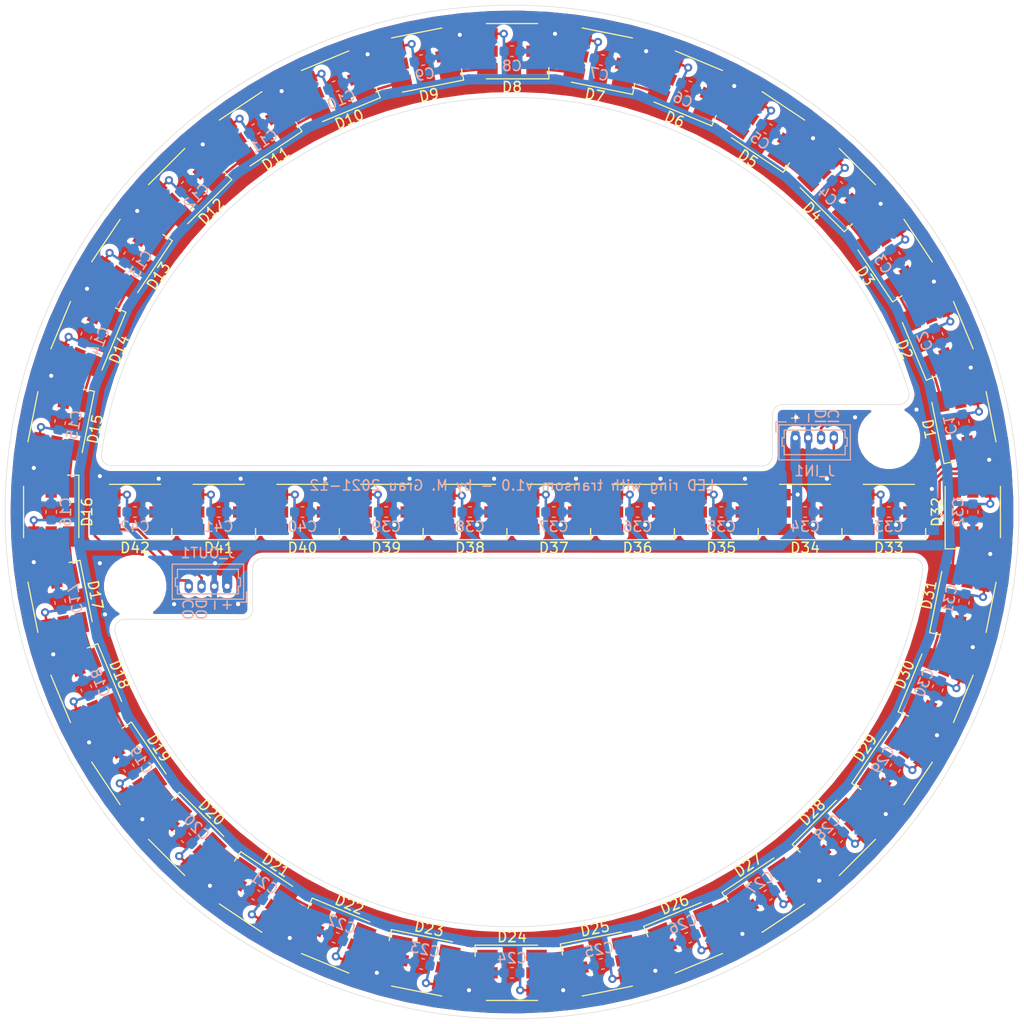
<source format=kicad_pcb>
(kicad_pcb (version 20171130) (host pcbnew 5.1.12-84ad8e8a86~92~ubuntu20.04.1)
  (layers (0 F.Cu signal) (31 B.Cu signal) (34 B.Paste user) (35 F.Paste user) (36 B.SilkS user) (37 F.SilkS user) (38 B.Mask user) (39 F.Mask user) (44 Edge.Cuts user))
  (net 0 "")
  (net 1 GND)
  (net 2 +5V)
  (net 3 "Net-(D1-Pad6)")
  (net 4 "Net-(D1-Pad5)")
  (net 5 CIN)
  (net 6 DIN)
  (net 7 "Net-(D2-Pad6)")
  (net 8 "Net-(D2-Pad5)")
  (net 9 "Net-(D3-Pad6)")
  (net 10 "Net-(D3-Pad5)")
  (net 11 "Net-(D4-Pad6)")
  (net 12 "Net-(D4-Pad5)")
  (net 13 "Net-(D5-Pad6)")
  (net 14 "Net-(D5-Pad5)")
  (net 15 "Net-(D6-Pad6)")
  (net 16 "Net-(D6-Pad5)")
  (net 17 "Net-(D7-Pad6)")
  (net 18 "Net-(D7-Pad5)")
  (net 19 "Net-(D8-Pad6)")
  (net 20 "Net-(D8-Pad5)")
  (net 21 "Net-(D10-Pad1)")
  (net 22 "Net-(D10-Pad2)")
  (net 23 "Net-(D10-Pad6)")
  (net 24 "Net-(D10-Pad5)")
  (net 25 "Net-(D11-Pad6)")
  (net 26 "Net-(D11-Pad5)")
  (net 27 "Net-(D12-Pad6)")
  (net 28 "Net-(D12-Pad5)")
  (net 29 "Net-(D13-Pad6)")
  (net 30 "Net-(D13-Pad5)")
  (net 31 "Net-(D14-Pad6)")
  (net 32 "Net-(D14-Pad5)")
  (net 33 "Net-(D15-Pad6)")
  (net 34 "Net-(D15-Pad5)")
  (net 35 "Net-(D16-Pad6)")
  (net 36 "Net-(D16-Pad5)")
  (net 37 "Net-(D17-Pad6)")
  (net 38 "Net-(D17-Pad5)")
  (net 39 "Net-(D18-Pad6)")
  (net 40 "Net-(D18-Pad5)")
  (net 41 "Net-(D19-Pad6)")
  (net 42 "Net-(D19-Pad5)")
  (net 43 "Net-(D20-Pad6)")
  (net 44 "Net-(D20-Pad5)")
  (net 45 "Net-(D21-Pad6)")
  (net 46 "Net-(D21-Pad5)")
  (net 47 "Net-(D22-Pad6)")
  (net 48 "Net-(D22-Pad5)")
  (net 49 "Net-(D23-Pad6)")
  (net 50 "Net-(D23-Pad5)")
  (net 51 "Net-(D24-Pad6)")
  (net 52 "Net-(D24-Pad5)")
  (net 53 "Net-(D25-Pad6)")
  (net 54 "Net-(D25-Pad5)")
  (net 55 "Net-(D26-Pad6)")
  (net 56 "Net-(D26-Pad5)")
  (net 57 "Net-(D27-Pad6)")
  (net 58 "Net-(D27-Pad5)")
  (net 59 "Net-(D28-Pad6)")
  (net 60 "Net-(D28-Pad5)")
  (net 61 "Net-(D29-Pad6)")
  (net 62 "Net-(D29-Pad5)")
  (net 63 "Net-(D30-Pad6)")
  (net 64 "Net-(D30-Pad5)")
  (net 65 "Net-(D31-Pad6)")
  (net 66 "Net-(D31-Pad5)")
  (net 67 "Net-(D32-Pad6)")
  (net 68 "Net-(D32-Pad5)")
  (net 69 "Net-(D33-Pad6)")
  (net 70 "Net-(D33-Pad5)")
  (net 71 "Net-(D34-Pad6)")
  (net 72 "Net-(D34-Pad5)")
  (net 73 "Net-(D35-Pad6)")
  (net 74 "Net-(D35-Pad5)")
  (net 75 "Net-(D36-Pad6)")
  (net 76 "Net-(D36-Pad5)")
  (net 77 "Net-(D37-Pad6)")
  (net 78 "Net-(D37-Pad5)")
  (net 79 "Net-(D38-Pad6)")
  (net 80 "Net-(D38-Pad5)")
  (net 81 "Net-(D39-Pad6)")
  (net 82 "Net-(D39-Pad5)")
  (net 83 "Net-(D40-Pad6)")
  (net 84 "Net-(D40-Pad5)")
  (net 85 "Net-(D41-Pad6)")
  (net 86 "Net-(D41-Pad5)")
  (net 87 DOUT)
  (net 88 COUT)
  (module Connector_Molex:Molex_PicoBlade_53047-0410_1x04_P1.25mm_Vertical (layer B.Cu) (at 72.18 107.25 180)
    (fp_text reference J_OUT1 (at 1.88 3.25) (layer B.SilkS) (effects (justify mirror)))
    (fp_text value "Molex PicoBlade 4Pin")
    (fp_text user + (at 0 -1.75 180) (layer B.SilkS) (effects (justify mirror)))
    (fp_text user - (at 1.28 -1.85 270) (layer B.SilkS) (effects (justify mirror)))
    (fp_text user DO (at 2.48 -2.25 90) (layer B.SilkS) (effects (justify mirror)))
    (fp_text user CO (at 3.78 -2.25 270) (layer B.SilkS) (effects (justify mirror)))
    (pad 4 thru_hole oval (at 3.75 0 180) (size 0.8 1.3) (drill 0.5) (layers *.Cu *.Mask) (net 88 COUT))
    (pad 3 thru_hole oval (at 2.5 0 180) (size 0.8 1.3) (drill 0.5) (layers *.Cu *.Mask) (net 87 DOUT))
    (pad 2 thru_hole oval (at 1.25 0 180) (size 0.8 1.3) (drill 0.5) (layers *.Cu *.Mask) (net 1 GND))
    (pad 1 thru_hole roundrect (at 0 0 180) (size 0.8 1.3) (drill 0.5) (layers *.Cu *.Mask) (net 2 +5V))
  )
  (module Connector_Molex:Molex_PicoBlade_53047-0410_1x04_P1.25mm_Vertical (layer B.Cu) (at 127.68 92.75)
    (fp_text reference J_IN1 (at 1.88 3.25) (layer B.SilkS) (effects (justify mirror)))
    (fp_text value "Molex PicoBlade 4Pin")
    (fp_text user + (at 0 -2) (layer B.SilkS) (effects (justify mirror)))
    (fp_text user - (at 1.22 -1.95 90) (layer B.SilkS) (effects (justify mirror)))
    (fp_text user DI (at 2.495 -2.1 90) (layer B.SilkS) (effects (justify mirror)))
    (fp_text user CI (at 3.745 -2.1 90) (layer B.SilkS) (effects (justify mirror)))
    (pad 4 thru_hole oval (at 3.75 0) (size 0.8 1.3) (drill 0.5) (layers *.Cu *.Mask) (net 5 CIN))
    (pad 3 thru_hole oval (at 2.5 0) (size 0.8 1.3) (drill 0.5) (layers *.Cu *.Mask) (net 6 DIN))
    (pad 2 thru_hole oval (at 1.25 0) (size 0.8 1.3) (drill 0.5) (layers *.Cu *.Mask) (net 1 GND))
    (pad 1 thru_hole roundrect (at 0 0) (size 0.8 1.3) (drill 0.5) (layers *.Cu *.Mask) (net 2 +5V))
  )
  (module extraFootprints:MountingHole_3.2mm_M3_ISO7380_Keepout (layer F.Cu) (at 136.82 92.75)
    (fp_text reference H2 hide)
    (fp_text value MountingHole)
    (pad "" np_thru_hole circle (at 0 0) (size 3.2 3.2) (drill 3.2) (layers *.Cu *.Mask) (clearance 1.45))
  )
  (module extraFootprints:MountingHole_3.2mm_M3_ISO7380_Keepout (layer F.Cu) (at 63.2 107.25)
    (fp_text reference H1 hide)
    (fp_text value MountingHole)
    (pad "" np_thru_hole circle (at 0 0) (size 3.2 3.2) (drill 3.2) (layers *.Cu *.Mask) (clearance 1.45))
  )
  (module LED_SMD:LED_RGB_5050-6 (layer F.Cu) (at 63.18 100 180)
    (fp_text reference D42 (at 0 -3.5 180) (layer F.SilkS))
    (fp_text value APA102)
    (pad 6 smd rect (at 2.4 -1.7 270) (size 1.1 2) (layers F.Cu F.Paste F.Mask) (net 87 DOUT))
    (pad 5 smd rect (at 2.4 0 270) (size 1.1 2) (layers F.Cu F.Paste F.Mask) (net 88 COUT))
    (pad 4 smd rect (at 2.4 1.7 270) (size 1.1 2) (layers F.Cu F.Paste F.Mask) (net 2 +5V))
    (pad 3 smd rect (at -2.4 1.7 270) (size 1.1 2) (layers F.Cu F.Paste F.Mask) (net 1 GND))
    (pad 2 smd rect (at -2.4 0 270) (size 1.1 2) (layers F.Cu F.Paste F.Mask) (net 86 "Net-(D41-Pad5)"))
    (pad 1 smd rect (at -2.4 -1.7 270) (size 1.1 2) (layers F.Cu F.Paste F.Mask) (net 85 "Net-(D41-Pad6)"))
  )
  (module LED_SMD:LED_RGB_5050-6 (layer F.Cu) (at 71.36 100 180)
    (fp_text reference D41 (at 0 -3.5 180) (layer F.SilkS))
    (fp_text value APA102)
    (pad 6 smd rect (at 2.4 -1.7 270) (size 1.1 2) (layers F.Cu F.Paste F.Mask) (net 85 "Net-(D41-Pad6)"))
    (pad 5 smd rect (at 2.4 0 270) (size 1.1 2) (layers F.Cu F.Paste F.Mask) (net 86 "Net-(D41-Pad5)"))
    (pad 4 smd rect (at 2.4 1.7 270) (size 1.1 2) (layers F.Cu F.Paste F.Mask) (net 2 +5V))
    (pad 3 smd rect (at -2.4 1.7 270) (size 1.1 2) (layers F.Cu F.Paste F.Mask) (net 1 GND))
    (pad 2 smd rect (at -2.4 0 270) (size 1.1 2) (layers F.Cu F.Paste F.Mask) (net 84 "Net-(D40-Pad5)"))
    (pad 1 smd rect (at -2.4 -1.7 270) (size 1.1 2) (layers F.Cu F.Paste F.Mask) (net 83 "Net-(D40-Pad6)"))
  )
  (module LED_SMD:LED_RGB_5050-6 (layer F.Cu) (at 79.54 100 180)
    (fp_text reference D40 (at 0 -3.5 180) (layer F.SilkS))
    (fp_text value APA102)
    (pad 6 smd rect (at 2.4 -1.7 270) (size 1.1 2) (layers F.Cu F.Paste F.Mask) (net 83 "Net-(D40-Pad6)"))
    (pad 5 smd rect (at 2.4 0 270) (size 1.1 2) (layers F.Cu F.Paste F.Mask) (net 84 "Net-(D40-Pad5)"))
    (pad 4 smd rect (at 2.4 1.7 270) (size 1.1 2) (layers F.Cu F.Paste F.Mask) (net 2 +5V))
    (pad 3 smd rect (at -2.4 1.7 270) (size 1.1 2) (layers F.Cu F.Paste F.Mask) (net 1 GND))
    (pad 2 smd rect (at -2.4 0 270) (size 1.1 2) (layers F.Cu F.Paste F.Mask) (net 82 "Net-(D39-Pad5)"))
    (pad 1 smd rect (at -2.4 -1.7 270) (size 1.1 2) (layers F.Cu F.Paste F.Mask) (net 81 "Net-(D39-Pad6)"))
  )
  (module LED_SMD:LED_RGB_5050-6 (layer F.Cu) (at 87.72 100 180)
    (fp_text reference D39 (at 0 -3.5 180) (layer F.SilkS))
    (fp_text value APA102)
    (pad 6 smd rect (at 2.4 -1.7 270) (size 1.1 2) (layers F.Cu F.Paste F.Mask) (net 81 "Net-(D39-Pad6)"))
    (pad 5 smd rect (at 2.4 0 270) (size 1.1 2) (layers F.Cu F.Paste F.Mask) (net 82 "Net-(D39-Pad5)"))
    (pad 4 smd rect (at 2.4 1.7 270) (size 1.1 2) (layers F.Cu F.Paste F.Mask) (net 2 +5V))
    (pad 3 smd rect (at -2.4 1.7 270) (size 1.1 2) (layers F.Cu F.Paste F.Mask) (net 1 GND))
    (pad 2 smd rect (at -2.4 0 270) (size 1.1 2) (layers F.Cu F.Paste F.Mask) (net 80 "Net-(D38-Pad5)"))
    (pad 1 smd rect (at -2.4 -1.7 270) (size 1.1 2) (layers F.Cu F.Paste F.Mask) (net 79 "Net-(D38-Pad6)"))
  )
  (module LED_SMD:LED_RGB_5050-6 (layer F.Cu) (at 95.9 100 180)
    (fp_text reference D38 (at 0 -3.5 180) (layer F.SilkS))
    (fp_text value APA102)
    (pad 6 smd rect (at 2.4 -1.7 270) (size 1.1 2) (layers F.Cu F.Paste F.Mask) (net 79 "Net-(D38-Pad6)"))
    (pad 5 smd rect (at 2.4 0 270) (size 1.1 2) (layers F.Cu F.Paste F.Mask) (net 80 "Net-(D38-Pad5)"))
    (pad 4 smd rect (at 2.4 1.7 270) (size 1.1 2) (layers F.Cu F.Paste F.Mask) (net 2 +5V))
    (pad 3 smd rect (at -2.4 1.7 270) (size 1.1 2) (layers F.Cu F.Paste F.Mask) (net 1 GND))
    (pad 2 smd rect (at -2.4 0 270) (size 1.1 2) (layers F.Cu F.Paste F.Mask) (net 78 "Net-(D37-Pad5)"))
    (pad 1 smd rect (at -2.4 -1.7 270) (size 1.1 2) (layers F.Cu F.Paste F.Mask) (net 77 "Net-(D37-Pad6)"))
  )
  (module LED_SMD:LED_RGB_5050-6 (layer F.Cu) (at 104.08 100 180)
    (fp_text reference D37 (at 0 -3.5 180) (layer F.SilkS))
    (fp_text value APA102)
    (pad 6 smd rect (at 2.4 -1.7 270) (size 1.1 2) (layers F.Cu F.Paste F.Mask) (net 77 "Net-(D37-Pad6)"))
    (pad 5 smd rect (at 2.4 0 270) (size 1.1 2) (layers F.Cu F.Paste F.Mask) (net 78 "Net-(D37-Pad5)"))
    (pad 4 smd rect (at 2.4 1.7 270) (size 1.1 2) (layers F.Cu F.Paste F.Mask) (net 2 +5V))
    (pad 3 smd rect (at -2.4 1.7 270) (size 1.1 2) (layers F.Cu F.Paste F.Mask) (net 1 GND))
    (pad 2 smd rect (at -2.4 0 270) (size 1.1 2) (layers F.Cu F.Paste F.Mask) (net 76 "Net-(D36-Pad5)"))
    (pad 1 smd rect (at -2.4 -1.7 270) (size 1.1 2) (layers F.Cu F.Paste F.Mask) (net 75 "Net-(D36-Pad6)"))
  )
  (module LED_SMD:LED_RGB_5050-6 (layer F.Cu) (at 112.26 100 180)
    (fp_text reference D36 (at 0 -3.5 180) (layer F.SilkS))
    (fp_text value APA102)
    (pad 6 smd rect (at 2.4 -1.7 270) (size 1.1 2) (layers F.Cu F.Paste F.Mask) (net 75 "Net-(D36-Pad6)"))
    (pad 5 smd rect (at 2.4 0 270) (size 1.1 2) (layers F.Cu F.Paste F.Mask) (net 76 "Net-(D36-Pad5)"))
    (pad 4 smd rect (at 2.4 1.7 270) (size 1.1 2) (layers F.Cu F.Paste F.Mask) (net 2 +5V))
    (pad 3 smd rect (at -2.4 1.7 270) (size 1.1 2) (layers F.Cu F.Paste F.Mask) (net 1 GND))
    (pad 2 smd rect (at -2.4 0 270) (size 1.1 2) (layers F.Cu F.Paste F.Mask) (net 74 "Net-(D35-Pad5)"))
    (pad 1 smd rect (at -2.4 -1.7 270) (size 1.1 2) (layers F.Cu F.Paste F.Mask) (net 73 "Net-(D35-Pad6)"))
  )
  (module LED_SMD:LED_RGB_5050-6 (layer F.Cu) (at 120.44 100 180)
    (fp_text reference D35 (at 0 -3.5 180) (layer F.SilkS))
    (fp_text value APA102)
    (pad 6 smd rect (at 2.4 -1.7 270) (size 1.1 2) (layers F.Cu F.Paste F.Mask) (net 73 "Net-(D35-Pad6)"))
    (pad 5 smd rect (at 2.4 0 270) (size 1.1 2) (layers F.Cu F.Paste F.Mask) (net 74 "Net-(D35-Pad5)"))
    (pad 4 smd rect (at 2.4 1.7 270) (size 1.1 2) (layers F.Cu F.Paste F.Mask) (net 2 +5V))
    (pad 3 smd rect (at -2.4 1.7 270) (size 1.1 2) (layers F.Cu F.Paste F.Mask) (net 1 GND))
    (pad 2 smd rect (at -2.4 0 270) (size 1.1 2) (layers F.Cu F.Paste F.Mask) (net 72 "Net-(D34-Pad5)"))
    (pad 1 smd rect (at -2.4 -1.7 270) (size 1.1 2) (layers F.Cu F.Paste F.Mask) (net 71 "Net-(D34-Pad6)"))
  )
  (module LED_SMD:LED_RGB_5050-6 (layer F.Cu) (at 128.62 100 180)
    (fp_text reference D34 (at 0 -3.5 180) (layer F.SilkS))
    (fp_text value APA102)
    (pad 6 smd rect (at 2.4 -1.7 270) (size 1.1 2) (layers F.Cu F.Paste F.Mask) (net 71 "Net-(D34-Pad6)"))
    (pad 5 smd rect (at 2.4 0 270) (size 1.1 2) (layers F.Cu F.Paste F.Mask) (net 72 "Net-(D34-Pad5)"))
    (pad 4 smd rect (at 2.4 1.7 270) (size 1.1 2) (layers F.Cu F.Paste F.Mask) (net 2 +5V))
    (pad 3 smd rect (at -2.4 1.7 270) (size 1.1 2) (layers F.Cu F.Paste F.Mask) (net 1 GND))
    (pad 2 smd rect (at -2.4 0 270) (size 1.1 2) (layers F.Cu F.Paste F.Mask) (net 70 "Net-(D33-Pad5)"))
    (pad 1 smd rect (at -2.4 -1.7 270) (size 1.1 2) (layers F.Cu F.Paste F.Mask) (net 69 "Net-(D33-Pad6)"))
  )
  (module LED_SMD:LED_RGB_5050-6 (layer F.Cu) (at 136.8 100 180)
    (fp_text reference D33 (at 0 -3.5 180) (layer F.SilkS))
    (fp_text value APA102)
    (pad 6 smd rect (at 2.4 -1.7 270) (size 1.1 2) (layers F.Cu F.Paste F.Mask) (net 69 "Net-(D33-Pad6)"))
    (pad 5 smd rect (at 2.4 0 270) (size 1.1 2) (layers F.Cu F.Paste F.Mask) (net 70 "Net-(D33-Pad5)"))
    (pad 4 smd rect (at 2.4 1.7 270) (size 1.1 2) (layers F.Cu F.Paste F.Mask) (net 2 +5V))
    (pad 3 smd rect (at -2.4 1.7 270) (size 1.1 2) (layers F.Cu F.Paste F.Mask) (net 1 GND))
    (pad 2 smd rect (at -2.4 0 270) (size 1.1 2) (layers F.Cu F.Paste F.Mask) (net 68 "Net-(D32-Pad5)"))
    (pad 1 smd rect (at -2.4 -1.7 270) (size 1.1 2) (layers F.Cu F.Paste F.Mask) (net 67 "Net-(D32-Pad6)"))
  )
  (module LED_SMD:LED_RGB_5050-6 (layer F.Cu) (at 145 100 90)
    (fp_text reference D32 (at 0 -3.5 270) (layer F.SilkS))
    (fp_text value APA102)
    (pad 6 smd rect (at 2.4 -1.7 180) (size 1.1 2) (layers F.Cu F.Paste F.Mask) (net 67 "Net-(D32-Pad6)"))
    (pad 5 smd rect (at 2.4 0 180) (size 1.1 2) (layers F.Cu F.Paste F.Mask) (net 68 "Net-(D32-Pad5)"))
    (pad 4 smd rect (at 2.4 1.7 180) (size 1.1 2) (layers F.Cu F.Paste F.Mask) (net 2 +5V))
    (pad 3 smd rect (at -2.4 1.7 180) (size 1.1 2) (layers F.Cu F.Paste F.Mask) (net 1 GND))
    (pad 2 smd rect (at -2.4 0 180) (size 1.1 2) (layers F.Cu F.Paste F.Mask) (net 66 "Net-(D31-Pad5)"))
    (pad 1 smd rect (at -2.4 -1.7 180) (size 1.1 2) (layers F.Cu F.Paste F.Mask) (net 65 "Net-(D31-Pad6)"))
  )
  (module LED_SMD:LED_RGB_5050-6 (layer F.Cu) (at 144.135 108.779 78.7)
    (fp_text reference D31 (at 0 -3.5 258.7) (layer F.SilkS))
    (fp_text value APA102)
    (pad 6 smd rect (at 2.4 -1.7 168.7) (size 1.1 2) (layers F.Cu F.Paste F.Mask) (net 65 "Net-(D31-Pad6)"))
    (pad 5 smd rect (at 2.4 0 168.7) (size 1.1 2) (layers F.Cu F.Paste F.Mask) (net 66 "Net-(D31-Pad5)"))
    (pad 4 smd rect (at 2.4 1.7 168.7) (size 1.1 2) (layers F.Cu F.Paste F.Mask) (net 2 +5V))
    (pad 3 smd rect (at -2.4 1.7 168.7) (size 1.1 2) (layers F.Cu F.Paste F.Mask) (net 1 GND))
    (pad 2 smd rect (at -2.4 0 168.7) (size 1.1 2) (layers F.Cu F.Paste F.Mask) (net 64 "Net-(D30-Pad5)"))
    (pad 1 smd rect (at -2.4 -1.7 168.7) (size 1.1 2) (layers F.Cu F.Paste F.Mask) (net 63 "Net-(D30-Pad6)"))
  )
  (module LED_SMD:LED_RGB_5050-6 (layer F.Cu) (at 141.575 117.221 67.5)
    (fp_text reference D30 (at 0 -3.5 247.5) (layer F.SilkS))
    (fp_text value APA102)
    (pad 6 smd rect (at 2.4 -1.7 157.5) (size 1.1 2) (layers F.Cu F.Paste F.Mask) (net 63 "Net-(D30-Pad6)"))
    (pad 5 smd rect (at 2.4 0 157.5) (size 1.1 2) (layers F.Cu F.Paste F.Mask) (net 64 "Net-(D30-Pad5)"))
    (pad 4 smd rect (at 2.4 1.7 157.5) (size 1.1 2) (layers F.Cu F.Paste F.Mask) (net 2 +5V))
    (pad 3 smd rect (at -2.4 1.7 157.5) (size 1.1 2) (layers F.Cu F.Paste F.Mask) (net 1 GND))
    (pad 2 smd rect (at -2.4 0 157.5) (size 1.1 2) (layers F.Cu F.Paste F.Mask) (net 62 "Net-(D29-Pad5)"))
    (pad 1 smd rect (at -2.4 -1.7 157.5) (size 1.1 2) (layers F.Cu F.Paste F.Mask) (net 61 "Net-(D29-Pad6)"))
  )
  (module LED_SMD:LED_RGB_5050-6 (layer F.Cu) (at 137.416 125.001 56.2)
    (fp_text reference D29 (at 0 -3.5 236.2) (layer F.SilkS))
    (fp_text value APA102)
    (pad 6 smd rect (at 2.4 -1.7 146.2) (size 1.1 2) (layers F.Cu F.Paste F.Mask) (net 61 "Net-(D29-Pad6)"))
    (pad 5 smd rect (at 2.4 0 146.2) (size 1.1 2) (layers F.Cu F.Paste F.Mask) (net 62 "Net-(D29-Pad5)"))
    (pad 4 smd rect (at 2.4 1.7 146.2) (size 1.1 2) (layers F.Cu F.Paste F.Mask) (net 2 +5V))
    (pad 3 smd rect (at -2.4 1.7 146.2) (size 1.1 2) (layers F.Cu F.Paste F.Mask) (net 1 GND))
    (pad 2 smd rect (at -2.4 0 146.2) (size 1.1 2) (layers F.Cu F.Paste F.Mask) (net 60 "Net-(D28-Pad5)"))
    (pad 1 smd rect (at -2.4 -1.7 146.2) (size 1.1 2) (layers F.Cu F.Paste F.Mask) (net 59 "Net-(D28-Pad6)"))
  )
  (module LED_SMD:LED_RGB_5050-6 (layer F.Cu) (at 131.82 131.82 45)
    (fp_text reference D28 (at 0 -3.5 225) (layer F.SilkS))
    (fp_text value APA102)
    (pad 6 smd rect (at 2.4 -1.7 135) (size 1.1 2) (layers F.Cu F.Paste F.Mask) (net 59 "Net-(D28-Pad6)"))
    (pad 5 smd rect (at 2.4 0 135) (size 1.1 2) (layers F.Cu F.Paste F.Mask) (net 60 "Net-(D28-Pad5)"))
    (pad 4 smd rect (at 2.4 1.7 135) (size 1.1 2) (layers F.Cu F.Paste F.Mask) (net 2 +5V))
    (pad 3 smd rect (at -2.4 1.7 135) (size 1.1 2) (layers F.Cu F.Paste F.Mask) (net 1 GND))
    (pad 2 smd rect (at -2.4 0 135) (size 1.1 2) (layers F.Cu F.Paste F.Mask) (net 58 "Net-(D27-Pad5)"))
    (pad 1 smd rect (at -2.4 -1.7 135) (size 1.1 2) (layers F.Cu F.Paste F.Mask) (net 57 "Net-(D27-Pad6)"))
  )
  (module LED_SMD:LED_RGB_5050-6 (layer F.Cu) (at 125.001 137.416 33.7)
    (fp_text reference D27 (at 0 -3.5 213.7) (layer F.SilkS))
    (fp_text value APA102)
    (pad 6 smd rect (at 2.4 -1.7 123.7) (size 1.1 2) (layers F.Cu F.Paste F.Mask) (net 57 "Net-(D27-Pad6)"))
    (pad 5 smd rect (at 2.4 0 123.7) (size 1.1 2) (layers F.Cu F.Paste F.Mask) (net 58 "Net-(D27-Pad5)"))
    (pad 4 smd rect (at 2.4 1.7 123.7) (size 1.1 2) (layers F.Cu F.Paste F.Mask) (net 2 +5V))
    (pad 3 smd rect (at -2.4 1.7 123.7) (size 1.1 2) (layers F.Cu F.Paste F.Mask) (net 1 GND))
    (pad 2 smd rect (at -2.4 0 123.7) (size 1.1 2) (layers F.Cu F.Paste F.Mask) (net 56 "Net-(D26-Pad5)"))
    (pad 1 smd rect (at -2.4 -1.7 123.7) (size 1.1 2) (layers F.Cu F.Paste F.Mask) (net 55 "Net-(D26-Pad6)"))
  )
  (module LED_SMD:LED_RGB_5050-6 (layer F.Cu) (at 117.221 141.575 22.5)
    (fp_text reference D26 (at 0 -3.5 202.5) (layer F.SilkS))
    (fp_text value APA102)
    (pad 6 smd rect (at 2.4 -1.7 112.5) (size 1.1 2) (layers F.Cu F.Paste F.Mask) (net 55 "Net-(D26-Pad6)"))
    (pad 5 smd rect (at 2.4 0 112.5) (size 1.1 2) (layers F.Cu F.Paste F.Mask) (net 56 "Net-(D26-Pad5)"))
    (pad 4 smd rect (at 2.4 1.7 112.5) (size 1.1 2) (layers F.Cu F.Paste F.Mask) (net 2 +5V))
    (pad 3 smd rect (at -2.4 1.7 112.5) (size 1.1 2) (layers F.Cu F.Paste F.Mask) (net 1 GND))
    (pad 2 smd rect (at -2.4 0 112.5) (size 1.1 2) (layers F.Cu F.Paste F.Mask) (net 54 "Net-(D25-Pad5)"))
    (pad 1 smd rect (at -2.4 -1.7 112.5) (size 1.1 2) (layers F.Cu F.Paste F.Mask) (net 53 "Net-(D25-Pad6)"))
  )
  (module LED_SMD:LED_RGB_5050-6 (layer F.Cu) (at 108.779 144.135 11.2)
    (fp_text reference D25 (at 0 -3.5 191.2) (layer F.SilkS))
    (fp_text value APA102)
    (pad 6 smd rect (at 2.4 -1.7 101.2) (size 1.1 2) (layers F.Cu F.Paste F.Mask) (net 53 "Net-(D25-Pad6)"))
    (pad 5 smd rect (at 2.4 0 101.2) (size 1.1 2) (layers F.Cu F.Paste F.Mask) (net 54 "Net-(D25-Pad5)"))
    (pad 4 smd rect (at 2.4 1.7 101.2) (size 1.1 2) (layers F.Cu F.Paste F.Mask) (net 2 +5V))
    (pad 3 smd rect (at -2.4 1.7 101.2) (size 1.1 2) (layers F.Cu F.Paste F.Mask) (net 1 GND))
    (pad 2 smd rect (at -2.4 0 101.2) (size 1.1 2) (layers F.Cu F.Paste F.Mask) (net 52 "Net-(D24-Pad5)"))
    (pad 1 smd rect (at -2.4 -1.7 101.2) (size 1.1 2) (layers F.Cu F.Paste F.Mask) (net 51 "Net-(D24-Pad6)"))
  )
  (module LED_SMD:LED_RGB_5050-6 (layer F.Cu) (at 100 145)
    (fp_text reference D24 (at 0 -3.5 180) (layer F.SilkS))
    (fp_text value APA102)
    (pad 6 smd rect (at 2.4 -1.7 90) (size 1.1 2) (layers F.Cu F.Paste F.Mask) (net 51 "Net-(D24-Pad6)"))
    (pad 5 smd rect (at 2.4 0 90) (size 1.1 2) (layers F.Cu F.Paste F.Mask) (net 52 "Net-(D24-Pad5)"))
    (pad 4 smd rect (at 2.4 1.7 90) (size 1.1 2) (layers F.Cu F.Paste F.Mask) (net 2 +5V))
    (pad 3 smd rect (at -2.4 1.7 90) (size 1.1 2) (layers F.Cu F.Paste F.Mask) (net 1 GND))
    (pad 2 smd rect (at -2.4 0 90) (size 1.1 2) (layers F.Cu F.Paste F.Mask) (net 50 "Net-(D23-Pad5)"))
    (pad 1 smd rect (at -2.4 -1.7 90) (size 1.1 2) (layers F.Cu F.Paste F.Mask) (net 49 "Net-(D23-Pad6)"))
  )
  (module LED_SMD:LED_RGB_5050-6 (layer F.Cu) (at 91.221 144.135 348.7)
    (fp_text reference D23 (at 0 -3.5 348.7) (layer F.SilkS))
    (fp_text value APA102)
    (pad 6 smd rect (at 2.4 -1.7 78.7) (size 1.1 2) (layers F.Cu F.Paste F.Mask) (net 49 "Net-(D23-Pad6)"))
    (pad 5 smd rect (at 2.4 0 78.7) (size 1.1 2) (layers F.Cu F.Paste F.Mask) (net 50 "Net-(D23-Pad5)"))
    (pad 4 smd rect (at 2.4 1.7 78.7) (size 1.1 2) (layers F.Cu F.Paste F.Mask) (net 2 +5V))
    (pad 3 smd rect (at -2.4 1.7 78.7) (size 1.1 2) (layers F.Cu F.Paste F.Mask) (net 1 GND))
    (pad 2 smd rect (at -2.4 0 78.7) (size 1.1 2) (layers F.Cu F.Paste F.Mask) (net 48 "Net-(D22-Pad5)"))
    (pad 1 smd rect (at -2.4 -1.7 78.7) (size 1.1 2) (layers F.Cu F.Paste F.Mask) (net 47 "Net-(D22-Pad6)"))
  )
  (module LED_SMD:LED_RGB_5050-6 (layer F.Cu) (at 82.779 141.575 337.5)
    (fp_text reference D22 (at 0 -3.5 337.5) (layer F.SilkS))
    (fp_text value APA102)
    (pad 6 smd rect (at 2.4 -1.7 67.5) (size 1.1 2) (layers F.Cu F.Paste F.Mask) (net 47 "Net-(D22-Pad6)"))
    (pad 5 smd rect (at 2.4 0 67.5) (size 1.1 2) (layers F.Cu F.Paste F.Mask) (net 48 "Net-(D22-Pad5)"))
    (pad 4 smd rect (at 2.4 1.7 67.5) (size 1.1 2) (layers F.Cu F.Paste F.Mask) (net 2 +5V))
    (pad 3 smd rect (at -2.4 1.7 67.5) (size 1.1 2) (layers F.Cu F.Paste F.Mask) (net 1 GND))
    (pad 2 smd rect (at -2.4 0 67.5) (size 1.1 2) (layers F.Cu F.Paste F.Mask) (net 46 "Net-(D21-Pad5)"))
    (pad 1 smd rect (at -2.4 -1.7 67.5) (size 1.1 2) (layers F.Cu F.Paste F.Mask) (net 45 "Net-(D21-Pad6)"))
  )
  (module LED_SMD:LED_RGB_5050-6 (layer F.Cu) (at 74.999 137.416 326.2)
    (fp_text reference D21 (at 0 -3.5 326.2) (layer F.SilkS))
    (fp_text value APA102)
    (pad 6 smd rect (at 2.4 -1.7 56.2) (size 1.1 2) (layers F.Cu F.Paste F.Mask) (net 45 "Net-(D21-Pad6)"))
    (pad 5 smd rect (at 2.4 0 56.2) (size 1.1 2) (layers F.Cu F.Paste F.Mask) (net 46 "Net-(D21-Pad5)"))
    (pad 4 smd rect (at 2.4 1.7 56.2) (size 1.1 2) (layers F.Cu F.Paste F.Mask) (net 2 +5V))
    (pad 3 smd rect (at -2.4 1.7 56.2) (size 1.1 2) (layers F.Cu F.Paste F.Mask) (net 1 GND))
    (pad 2 smd rect (at -2.4 0 56.2) (size 1.1 2) (layers F.Cu F.Paste F.Mask) (net 44 "Net-(D20-Pad5)"))
    (pad 1 smd rect (at -2.4 -1.7 56.2) (size 1.1 2) (layers F.Cu F.Paste F.Mask) (net 43 "Net-(D20-Pad6)"))
  )
  (module LED_SMD:LED_RGB_5050-6 (layer F.Cu) (at 68.18 131.82 315)
    (fp_text reference D20 (at 0 -3.5 315) (layer F.SilkS))
    (fp_text value APA102)
    (pad 6 smd rect (at 2.4 -1.7 45) (size 1.1 2) (layers F.Cu F.Paste F.Mask) (net 43 "Net-(D20-Pad6)"))
    (pad 5 smd rect (at 2.4 0 45) (size 1.1 2) (layers F.Cu F.Paste F.Mask) (net 44 "Net-(D20-Pad5)"))
    (pad 4 smd rect (at 2.4 1.7 45) (size 1.1 2) (layers F.Cu F.Paste F.Mask) (net 2 +5V))
    (pad 3 smd rect (at -2.4 1.7 45) (size 1.1 2) (layers F.Cu F.Paste F.Mask) (net 1 GND))
    (pad 2 smd rect (at -2.4 0 45) (size 1.1 2) (layers F.Cu F.Paste F.Mask) (net 42 "Net-(D19-Pad5)"))
    (pad 1 smd rect (at -2.4 -1.7 45) (size 1.1 2) (layers F.Cu F.Paste F.Mask) (net 41 "Net-(D19-Pad6)"))
  )
  (module LED_SMD:LED_RGB_5050-6 (layer F.Cu) (at 62.584 125.001 303.7)
    (fp_text reference D19 (at 0 -3.5 303.7) (layer F.SilkS))
    (fp_text value APA102)
    (pad 6 smd rect (at 2.4 -1.7 33.7) (size 1.1 2) (layers F.Cu F.Paste F.Mask) (net 41 "Net-(D19-Pad6)"))
    (pad 5 smd rect (at 2.4 0 33.7) (size 1.1 2) (layers F.Cu F.Paste F.Mask) (net 42 "Net-(D19-Pad5)"))
    (pad 4 smd rect (at 2.4 1.7 33.7) (size 1.1 2) (layers F.Cu F.Paste F.Mask) (net 2 +5V))
    (pad 3 smd rect (at -2.4 1.7 33.7) (size 1.1 2) (layers F.Cu F.Paste F.Mask) (net 1 GND))
    (pad 2 smd rect (at -2.4 0 33.7) (size 1.1 2) (layers F.Cu F.Paste F.Mask) (net 40 "Net-(D18-Pad5)"))
    (pad 1 smd rect (at -2.4 -1.7 33.7) (size 1.1 2) (layers F.Cu F.Paste F.Mask) (net 39 "Net-(D18-Pad6)"))
  )
  (module LED_SMD:LED_RGB_5050-6 (layer F.Cu) (at 58.425 117.221 292.5)
    (fp_text reference D18 (at 0 -3.5 292.5) (layer F.SilkS))
    (fp_text value APA102)
    (pad 6 smd rect (at 2.4 -1.7 22.5) (size 1.1 2) (layers F.Cu F.Paste F.Mask) (net 39 "Net-(D18-Pad6)"))
    (pad 5 smd rect (at 2.4 0 22.5) (size 1.1 2) (layers F.Cu F.Paste F.Mask) (net 40 "Net-(D18-Pad5)"))
    (pad 4 smd rect (at 2.4 1.7 22.5) (size 1.1 2) (layers F.Cu F.Paste F.Mask) (net 2 +5V))
    (pad 3 smd rect (at -2.4 1.7 22.5) (size 1.1 2) (layers F.Cu F.Paste F.Mask) (net 1 GND))
    (pad 2 smd rect (at -2.4 0 22.5) (size 1.1 2) (layers F.Cu F.Paste F.Mask) (net 38 "Net-(D17-Pad5)"))
    (pad 1 smd rect (at -2.4 -1.7 22.5) (size 1.1 2) (layers F.Cu F.Paste F.Mask) (net 37 "Net-(D17-Pad6)"))
  )
  (module LED_SMD:LED_RGB_5050-6 (layer F.Cu) (at 55.865 108.779 281.2)
    (fp_text reference D17 (at 0 -3.5 281.2) (layer F.SilkS))
    (fp_text value APA102)
    (pad 6 smd rect (at 2.4 -1.7 11.2) (size 1.1 2) (layers F.Cu F.Paste F.Mask) (net 37 "Net-(D17-Pad6)"))
    (pad 5 smd rect (at 2.4 0 11.2) (size 1.1 2) (layers F.Cu F.Paste F.Mask) (net 38 "Net-(D17-Pad5)"))
    (pad 4 smd rect (at 2.4 1.7 11.2) (size 1.1 2) (layers F.Cu F.Paste F.Mask) (net 2 +5V))
    (pad 3 smd rect (at -2.4 1.7 11.2) (size 1.1 2) (layers F.Cu F.Paste F.Mask) (net 1 GND))
    (pad 2 smd rect (at -2.4 0 11.2) (size 1.1 2) (layers F.Cu F.Paste F.Mask) (net 36 "Net-(D16-Pad5)"))
    (pad 1 smd rect (at -2.4 -1.7 11.2) (size 1.1 2) (layers F.Cu F.Paste F.Mask) (net 35 "Net-(D16-Pad6)"))
  )
  (module LED_SMD:LED_RGB_5050-6 (layer F.Cu) (at 55 100 270)
    (fp_text reference D16 (at 0 -3.5 270) (layer F.SilkS))
    (fp_text value APA102)
    (pad 6 smd rect (at 2.4 -1.7) (size 1.1 2) (layers F.Cu F.Paste F.Mask) (net 35 "Net-(D16-Pad6)"))
    (pad 5 smd rect (at 2.4 0) (size 1.1 2) (layers F.Cu F.Paste F.Mask) (net 36 "Net-(D16-Pad5)"))
    (pad 4 smd rect (at 2.4 1.7) (size 1.1 2) (layers F.Cu F.Paste F.Mask) (net 2 +5V))
    (pad 3 smd rect (at -2.4 1.7) (size 1.1 2) (layers F.Cu F.Paste F.Mask) (net 1 GND))
    (pad 2 smd rect (at -2.4 0) (size 1.1 2) (layers F.Cu F.Paste F.Mask) (net 34 "Net-(D15-Pad5)"))
    (pad 1 smd rect (at -2.4 -1.7) (size 1.1 2) (layers F.Cu F.Paste F.Mask) (net 33 "Net-(D15-Pad6)"))
  )
  (module LED_SMD:LED_RGB_5050-6 (layer F.Cu) (at 55.865 91.221 258.7)
    (fp_text reference D15 (at 0 -3.5 258.7) (layer F.SilkS))
    (fp_text value APA102)
    (pad 6 smd rect (at 2.4 -1.7 348.7) (size 1.1 2) (layers F.Cu F.Paste F.Mask) (net 33 "Net-(D15-Pad6)"))
    (pad 5 smd rect (at 2.4 0 348.7) (size 1.1 2) (layers F.Cu F.Paste F.Mask) (net 34 "Net-(D15-Pad5)"))
    (pad 4 smd rect (at 2.4 1.7 348.7) (size 1.1 2) (layers F.Cu F.Paste F.Mask) (net 2 +5V))
    (pad 3 smd rect (at -2.4 1.7 348.7) (size 1.1 2) (layers F.Cu F.Paste F.Mask) (net 1 GND))
    (pad 2 smd rect (at -2.4 0 348.7) (size 1.1 2) (layers F.Cu F.Paste F.Mask) (net 32 "Net-(D14-Pad5)"))
    (pad 1 smd rect (at -2.4 -1.7 348.7) (size 1.1 2) (layers F.Cu F.Paste F.Mask) (net 31 "Net-(D14-Pad6)"))
  )
  (module LED_SMD:LED_RGB_5050-6 (layer F.Cu) (at 58.425 82.779 247.5)
    (fp_text reference D14 (at 0 -3.5 247.5) (layer F.SilkS))
    (fp_text value APA102)
    (pad 6 smd rect (at 2.4 -1.7 337.5) (size 1.1 2) (layers F.Cu F.Paste F.Mask) (net 31 "Net-(D14-Pad6)"))
    (pad 5 smd rect (at 2.4 0 337.5) (size 1.1 2) (layers F.Cu F.Paste F.Mask) (net 32 "Net-(D14-Pad5)"))
    (pad 4 smd rect (at 2.4 1.7 337.5) (size 1.1 2) (layers F.Cu F.Paste F.Mask) (net 2 +5V))
    (pad 3 smd rect (at -2.4 1.7 337.5) (size 1.1 2) (layers F.Cu F.Paste F.Mask) (net 1 GND))
    (pad 2 smd rect (at -2.4 0 337.5) (size 1.1 2) (layers F.Cu F.Paste F.Mask) (net 30 "Net-(D13-Pad5)"))
    (pad 1 smd rect (at -2.4 -1.7 337.5) (size 1.1 2) (layers F.Cu F.Paste F.Mask) (net 29 "Net-(D13-Pad6)"))
  )
  (module LED_SMD:LED_RGB_5050-6 (layer F.Cu) (at 62.584 74.999 236.2)
    (fp_text reference D13 (at 0 -3.5 236.2) (layer F.SilkS))
    (fp_text value APA102)
    (pad 6 smd rect (at 2.4 -1.7 326.2) (size 1.1 2) (layers F.Cu F.Paste F.Mask) (net 29 "Net-(D13-Pad6)"))
    (pad 5 smd rect (at 2.4 0 326.2) (size 1.1 2) (layers F.Cu F.Paste F.Mask) (net 30 "Net-(D13-Pad5)"))
    (pad 4 smd rect (at 2.4 1.7 326.2) (size 1.1 2) (layers F.Cu F.Paste F.Mask) (net 2 +5V))
    (pad 3 smd rect (at -2.4 1.7 326.2) (size 1.1 2) (layers F.Cu F.Paste F.Mask) (net 1 GND))
    (pad 2 smd rect (at -2.4 0 326.2) (size 1.1 2) (layers F.Cu F.Paste F.Mask) (net 28 "Net-(D12-Pad5)"))
    (pad 1 smd rect (at -2.4 -1.7 326.2) (size 1.1 2) (layers F.Cu F.Paste F.Mask) (net 27 "Net-(D12-Pad6)"))
  )
  (module LED_SMD:LED_RGB_5050-6 (layer F.Cu) (at 68.18 68.18 225)
    (fp_text reference D12 (at 0 -3.5 225) (layer F.SilkS))
    (fp_text value APA102)
    (pad 6 smd rect (at 2.4 -1.7 315) (size 1.1 2) (layers F.Cu F.Paste F.Mask) (net 27 "Net-(D12-Pad6)"))
    (pad 5 smd rect (at 2.4 0 315) (size 1.1 2) (layers F.Cu F.Paste F.Mask) (net 28 "Net-(D12-Pad5)"))
    (pad 4 smd rect (at 2.4 1.7 315) (size 1.1 2) (layers F.Cu F.Paste F.Mask) (net 2 +5V))
    (pad 3 smd rect (at -2.4 1.7 315) (size 1.1 2) (layers F.Cu F.Paste F.Mask) (net 1 GND))
    (pad 2 smd rect (at -2.4 0 315) (size 1.1 2) (layers F.Cu F.Paste F.Mask) (net 26 "Net-(D11-Pad5)"))
    (pad 1 smd rect (at -2.4 -1.7 315) (size 1.1 2) (layers F.Cu F.Paste F.Mask) (net 25 "Net-(D11-Pad6)"))
  )
  (module LED_SMD:LED_RGB_5050-6 (layer F.Cu) (at 74.999 62.584 213.7)
    (fp_text reference D11 (at 0 -3.5 213.7) (layer F.SilkS))
    (fp_text value APA102)
    (pad 6 smd rect (at 2.4 -1.7 303.7) (size 1.1 2) (layers F.Cu F.Paste F.Mask) (net 25 "Net-(D11-Pad6)"))
    (pad 5 smd rect (at 2.4 0 303.7) (size 1.1 2) (layers F.Cu F.Paste F.Mask) (net 26 "Net-(D11-Pad5)"))
    (pad 4 smd rect (at 2.4 1.7 303.7) (size 1.1 2) (layers F.Cu F.Paste F.Mask) (net 2 +5V))
    (pad 3 smd rect (at -2.4 1.7 303.7) (size 1.1 2) (layers F.Cu F.Paste F.Mask) (net 1 GND))
    (pad 2 smd rect (at -2.4 0 303.7) (size 1.1 2) (layers F.Cu F.Paste F.Mask) (net 24 "Net-(D10-Pad5)"))
    (pad 1 smd rect (at -2.4 -1.7 303.7) (size 1.1 2) (layers F.Cu F.Paste F.Mask) (net 23 "Net-(D10-Pad6)"))
  )
  (module LED_SMD:LED_RGB_5050-6 (layer F.Cu) (at 82.779 58.425 202.5)
    (fp_text reference D10 (at 0 -3.5 202.5) (layer F.SilkS))
    (fp_text value APA102)
    (pad 6 smd rect (at 2.4 -1.7 292.5) (size 1.1 2) (layers F.Cu F.Paste F.Mask) (net 23 "Net-(D10-Pad6)"))
    (pad 5 smd rect (at 2.4 0 292.5) (size 1.1 2) (layers F.Cu F.Paste F.Mask) (net 24 "Net-(D10-Pad5)"))
    (pad 4 smd rect (at 2.4 1.7 292.5) (size 1.1 2) (layers F.Cu F.Paste F.Mask) (net 2 +5V))
    (pad 3 smd rect (at -2.4 1.7 292.5) (size 1.1 2) (layers F.Cu F.Paste F.Mask) (net 1 GND))
    (pad 2 smd rect (at -2.4 0 292.5) (size 1.1 2) (layers F.Cu F.Paste F.Mask) (net 22 "Net-(D10-Pad2)"))
    (pad 1 smd rect (at -2.4 -1.7 292.5) (size 1.1 2) (layers F.Cu F.Paste F.Mask) (net 21 "Net-(D10-Pad1)"))
  )
  (module LED_SMD:LED_RGB_5050-6 (layer F.Cu) (at 91.221 55.865 191.2)
    (fp_text reference D9 (at 0 -3.5 191.2) (layer F.SilkS))
    (fp_text value APA102)
    (pad 6 smd rect (at 2.4 -1.7 281.2) (size 1.1 2) (layers F.Cu F.Paste F.Mask) (net 21 "Net-(D10-Pad1)"))
    (pad 5 smd rect (at 2.4 0 281.2) (size 1.1 2) (layers F.Cu F.Paste F.Mask) (net 22 "Net-(D10-Pad2)"))
    (pad 4 smd rect (at 2.4 1.7 281.2) (size 1.1 2) (layers F.Cu F.Paste F.Mask) (net 2 +5V))
    (pad 3 smd rect (at -2.4 1.7 281.2) (size 1.1 2) (layers F.Cu F.Paste F.Mask) (net 1 GND))
    (pad 2 smd rect (at -2.4 0 281.2) (size 1.1 2) (layers F.Cu F.Paste F.Mask) (net 20 "Net-(D8-Pad5)"))
    (pad 1 smd rect (at -2.4 -1.7 281.2) (size 1.1 2) (layers F.Cu F.Paste F.Mask) (net 19 "Net-(D8-Pad6)"))
  )
  (module LED_SMD:LED_RGB_5050-6 (layer F.Cu) (at 100 55 180)
    (fp_text reference D8 (at 0 -3.5 180) (layer F.SilkS))
    (fp_text value APA102)
    (pad 6 smd rect (at 2.4 -1.7 270) (size 1.1 2) (layers F.Cu F.Paste F.Mask) (net 19 "Net-(D8-Pad6)"))
    (pad 5 smd rect (at 2.4 0 270) (size 1.1 2) (layers F.Cu F.Paste F.Mask) (net 20 "Net-(D8-Pad5)"))
    (pad 4 smd rect (at 2.4 1.7 270) (size 1.1 2) (layers F.Cu F.Paste F.Mask) (net 2 +5V))
    (pad 3 smd rect (at -2.4 1.7 270) (size 1.1 2) (layers F.Cu F.Paste F.Mask) (net 1 GND))
    (pad 2 smd rect (at -2.4 0 270) (size 1.1 2) (layers F.Cu F.Paste F.Mask) (net 18 "Net-(D7-Pad5)"))
    (pad 1 smd rect (at -2.4 -1.7 270) (size 1.1 2) (layers F.Cu F.Paste F.Mask) (net 17 "Net-(D7-Pad6)"))
  )
  (module LED_SMD:LED_RGB_5050-6 (layer F.Cu) (at 108.779 55.865 168.7)
    (fp_text reference D7 (at 0 -3.5 348.7) (layer F.SilkS))
    (fp_text value APA102)
    (pad 6 smd rect (at 2.4 -1.7 258.7) (size 1.1 2) (layers F.Cu F.Paste F.Mask) (net 17 "Net-(D7-Pad6)"))
    (pad 5 smd rect (at 2.4 0 258.7) (size 1.1 2) (layers F.Cu F.Paste F.Mask) (net 18 "Net-(D7-Pad5)"))
    (pad 4 smd rect (at 2.4 1.7 258.7) (size 1.1 2) (layers F.Cu F.Paste F.Mask) (net 2 +5V))
    (pad 3 smd rect (at -2.4 1.7 258.7) (size 1.1 2) (layers F.Cu F.Paste F.Mask) (net 1 GND))
    (pad 2 smd rect (at -2.4 0 258.7) (size 1.1 2) (layers F.Cu F.Paste F.Mask) (net 16 "Net-(D6-Pad5)"))
    (pad 1 smd rect (at -2.4 -1.7 258.7) (size 1.1 2) (layers F.Cu F.Paste F.Mask) (net 15 "Net-(D6-Pad6)"))
  )
  (module LED_SMD:LED_RGB_5050-6 (layer F.Cu) (at 117.221 58.425 157.5)
    (fp_text reference D6 (at 0 -3.5 337.5) (layer F.SilkS))
    (fp_text value APA102)
    (pad 6 smd rect (at 2.4 -1.7 247.5) (size 1.1 2) (layers F.Cu F.Paste F.Mask) (net 15 "Net-(D6-Pad6)"))
    (pad 5 smd rect (at 2.4 0 247.5) (size 1.1 2) (layers F.Cu F.Paste F.Mask) (net 16 "Net-(D6-Pad5)"))
    (pad 4 smd rect (at 2.4 1.7 247.5) (size 1.1 2) (layers F.Cu F.Paste F.Mask) (net 2 +5V))
    (pad 3 smd rect (at -2.4 1.7 247.5) (size 1.1 2) (layers F.Cu F.Paste F.Mask) (net 1 GND))
    (pad 2 smd rect (at -2.4 0 247.5) (size 1.1 2) (layers F.Cu F.Paste F.Mask) (net 14 "Net-(D5-Pad5)"))
    (pad 1 smd rect (at -2.4 -1.7 247.5) (size 1.1 2) (layers F.Cu F.Paste F.Mask) (net 13 "Net-(D5-Pad6)"))
  )
  (module LED_SMD:LED_RGB_5050-6 (layer F.Cu) (at 125.001 62.584 146.2)
    (fp_text reference D5 (at 0 -3.5 326.2) (layer F.SilkS))
    (fp_text value APA102)
    (pad 6 smd rect (at 2.4 -1.7 236.2) (size 1.1 2) (layers F.Cu F.Paste F.Mask) (net 13 "Net-(D5-Pad6)"))
    (pad 5 smd rect (at 2.4 0 236.2) (size 1.1 2) (layers F.Cu F.Paste F.Mask) (net 14 "Net-(D5-Pad5)"))
    (pad 4 smd rect (at 2.4 1.7 236.2) (size 1.1 2) (layers F.Cu F.Paste F.Mask) (net 2 +5V))
    (pad 3 smd rect (at -2.4 1.7 236.2) (size 1.1 2) (layers F.Cu F.Paste F.Mask) (net 1 GND))
    (pad 2 smd rect (at -2.4 0 236.2) (size 1.1 2) (layers F.Cu F.Paste F.Mask) (net 12 "Net-(D4-Pad5)"))
    (pad 1 smd rect (at -2.4 -1.7 236.2) (size 1.1 2) (layers F.Cu F.Paste F.Mask) (net 11 "Net-(D4-Pad6)"))
  )
  (module LED_SMD:LED_RGB_5050-6 (layer F.Cu) (at 131.82 68.18 135)
    (fp_text reference D4 (at 0 -3.5 315) (layer F.SilkS))
    (fp_text value APA102)
    (pad 6 smd rect (at 2.4 -1.7 225) (size 1.1 2) (layers F.Cu F.Paste F.Mask) (net 11 "Net-(D4-Pad6)"))
    (pad 5 smd rect (at 2.4 0 225) (size 1.1 2) (layers F.Cu F.Paste F.Mask) (net 12 "Net-(D4-Pad5)"))
    (pad 4 smd rect (at 2.4 1.7 225) (size 1.1 2) (layers F.Cu F.Paste F.Mask) (net 2 +5V))
    (pad 3 smd rect (at -2.4 1.7 225) (size 1.1 2) (layers F.Cu F.Paste F.Mask) (net 1 GND))
    (pad 2 smd rect (at -2.4 0 225) (size 1.1 2) (layers F.Cu F.Paste F.Mask) (net 10 "Net-(D3-Pad5)"))
    (pad 1 smd rect (at -2.4 -1.7 225) (size 1.1 2) (layers F.Cu F.Paste F.Mask) (net 9 "Net-(D3-Pad6)"))
  )
  (module LED_SMD:LED_RGB_5050-6 (layer F.Cu) (at 137.416 74.999 123.7)
    (fp_text reference D3 (at 0 -3.5 303.7) (layer F.SilkS))
    (fp_text value APA102)
    (pad 6 smd rect (at 2.4 -1.7 213.7) (size 1.1 2) (layers F.Cu F.Paste F.Mask) (net 9 "Net-(D3-Pad6)"))
    (pad 5 smd rect (at 2.4 0 213.7) (size 1.1 2) (layers F.Cu F.Paste F.Mask) (net 10 "Net-(D3-Pad5)"))
    (pad 4 smd rect (at 2.4 1.7 213.7) (size 1.1 2) (layers F.Cu F.Paste F.Mask) (net 2 +5V))
    (pad 3 smd rect (at -2.4 1.7 213.7) (size 1.1 2) (layers F.Cu F.Paste F.Mask) (net 1 GND))
    (pad 2 smd rect (at -2.4 0 213.7) (size 1.1 2) (layers F.Cu F.Paste F.Mask) (net 8 "Net-(D2-Pad5)"))
    (pad 1 smd rect (at -2.4 -1.7 213.7) (size 1.1 2) (layers F.Cu F.Paste F.Mask) (net 7 "Net-(D2-Pad6)"))
  )
  (module LED_SMD:LED_RGB_5050-6 (layer F.Cu) (at 141.575 82.779 112.5)
    (fp_text reference D2 (at 0 -3.5 292.5) (layer F.SilkS))
    (fp_text value APA102)
    (pad 6 smd rect (at 2.4 -1.7 202.5) (size 1.1 2) (layers F.Cu F.Paste F.Mask) (net 7 "Net-(D2-Pad6)"))
    (pad 5 smd rect (at 2.4 0 202.5) (size 1.1 2) (layers F.Cu F.Paste F.Mask) (net 8 "Net-(D2-Pad5)"))
    (pad 4 smd rect (at 2.4 1.7 202.5) (size 1.1 2) (layers F.Cu F.Paste F.Mask) (net 2 +5V))
    (pad 3 smd rect (at -2.4 1.7 202.5) (size 1.1 2) (layers F.Cu F.Paste F.Mask) (net 1 GND))
    (pad 2 smd rect (at -2.4 0 202.5) (size 1.1 2) (layers F.Cu F.Paste F.Mask) (net 4 "Net-(D1-Pad5)"))
    (pad 1 smd rect (at -2.4 -1.7 202.5) (size 1.1 2) (layers F.Cu F.Paste F.Mask) (net 3 "Net-(D1-Pad6)"))
  )
  (module LED_SMD:LED_RGB_5050-6 (layer F.Cu) (at 144.135 91.221 101.2)
    (fp_text reference D1 (at 0 -3.5 281.2) (layer F.SilkS))
    (fp_text value APA102)
    (pad 6 smd rect (at 2.4 -1.7 191.2) (size 1.1 2) (layers F.Cu F.Paste F.Mask) (net 3 "Net-(D1-Pad6)"))
    (pad 5 smd rect (at 2.4 0 191.2) (size 1.1 2) (layers F.Cu F.Paste F.Mask) (net 4 "Net-(D1-Pad5)"))
    (pad 4 smd rect (at 2.4 1.7 191.2) (size 1.1 2) (layers F.Cu F.Paste F.Mask) (net 2 +5V))
    (pad 3 smd rect (at -2.4 1.7 191.2) (size 1.1 2) (layers F.Cu F.Paste F.Mask) (net 1 GND))
    (pad 2 smd rect (at -2.4 0 191.2) (size 1.1 2) (layers F.Cu F.Paste F.Mask) (net 5 CIN))
    (pad 1 smd rect (at -2.4 -1.7 191.2) (size 1.1 2) (layers F.Cu F.Paste F.Mask) (net 6 DIN))
  )
  (module Capacitor_SMD:C_0603_1608Metric (layer B.Cu) (at 63.18 100)
    (fp_text reference C42 (at 0 1.43) (layer B.SilkS) (effects (justify mirror)))
    (fp_text value 100n)
    (pad 2 smd roundrect (at 0.775 0) (size 0.9 0.95) (layers B.Cu B.Paste B.Mask) (net 1 GND))
    (pad 1 smd roundrect (at -0.775 0) (size 0.9 0.95) (layers B.Cu B.Paste B.Mask) (net 2 +5V))
  )
  (module Capacitor_SMD:C_0603_1608Metric (layer B.Cu) (at 71.36 100)
    (fp_text reference C41 (at 0 1.43) (layer B.SilkS) (effects (justify mirror)))
    (fp_text value 100n)
    (pad 2 smd roundrect (at 0.775 0) (size 0.9 0.95) (layers B.Cu B.Paste B.Mask) (net 1 GND))
    (pad 1 smd roundrect (at -0.775 0) (size 0.9 0.95) (layers B.Cu B.Paste B.Mask) (net 2 +5V))
  )
  (module Capacitor_SMD:C_0603_1608Metric (layer B.Cu) (at 79.54 100)
    (fp_text reference C40 (at 0 1.43) (layer B.SilkS) (effects (justify mirror)))
    (fp_text value 100n)
    (pad 2 smd roundrect (at 0.775 0) (size 0.9 0.95) (layers B.Cu B.Paste B.Mask) (net 1 GND))
    (pad 1 smd roundrect (at -0.775 0) (size 0.9 0.95) (layers B.Cu B.Paste B.Mask) (net 2 +5V))
  )
  (module Capacitor_SMD:C_0603_1608Metric (layer B.Cu) (at 87.72 100)
    (fp_text reference C39 (at 0 1.43) (layer B.SilkS) (effects (justify mirror)))
    (fp_text value 100n)
    (pad 2 smd roundrect (at 0.775 0) (size 0.9 0.95) (layers B.Cu B.Paste B.Mask) (net 1 GND))
    (pad 1 smd roundrect (at -0.775 0) (size 0.9 0.95) (layers B.Cu B.Paste B.Mask) (net 2 +5V))
  )
  (module Capacitor_SMD:C_0603_1608Metric (layer B.Cu) (at 95.9 100)
    (fp_text reference C38 (at 0 1.43) (layer B.SilkS) (effects (justify mirror)))
    (fp_text value 100n)
    (pad 2 smd roundrect (at 0.775 0) (size 0.9 0.95) (layers B.Cu B.Paste B.Mask) (net 1 GND))
    (pad 1 smd roundrect (at -0.775 0) (size 0.9 0.95) (layers B.Cu B.Paste B.Mask) (net 2 +5V))
  )
  (module Capacitor_SMD:C_0603_1608Metric (layer B.Cu) (at 104.08 100)
    (fp_text reference C37 (at 0 1.43) (layer B.SilkS) (effects (justify mirror)))
    (fp_text value 100n)
    (pad 2 smd roundrect (at 0.775 0) (size 0.9 0.95) (layers B.Cu B.Paste B.Mask) (net 1 GND))
    (pad 1 smd roundrect (at -0.775 0) (size 0.9 0.95) (layers B.Cu B.Paste B.Mask) (net 2 +5V))
  )
  (module Capacitor_SMD:C_0603_1608Metric (layer B.Cu) (at 112.26 100)
    (fp_text reference C36 (at 0 1.43) (layer B.SilkS) (effects (justify mirror)))
    (fp_text value 100n)
    (pad 2 smd roundrect (at 0.775 0) (size 0.9 0.95) (layers B.Cu B.Paste B.Mask) (net 1 GND))
    (pad 1 smd roundrect (at -0.775 0) (size 0.9 0.95) (layers B.Cu B.Paste B.Mask) (net 2 +5V))
  )
  (module Capacitor_SMD:C_0603_1608Metric (layer B.Cu) (at 120.44 100)
    (fp_text reference C35 (at 0 1.43) (layer B.SilkS) (effects (justify mirror)))
    (fp_text value 100n)
    (pad 2 smd roundrect (at 0.775 0) (size 0.9 0.95) (layers B.Cu B.Paste B.Mask) (net 1 GND))
    (pad 1 smd roundrect (at -0.775 0) (size 0.9 0.95) (layers B.Cu B.Paste B.Mask) (net 2 +5V))
  )
  (module Capacitor_SMD:C_0603_1608Metric (layer B.Cu) (at 128.62 100)
    (fp_text reference C34 (at 0 1.43) (layer B.SilkS) (effects (justify mirror)))
    (fp_text value 100n)
    (pad 2 smd roundrect (at 0.775 0) (size 0.9 0.95) (layers B.Cu B.Paste B.Mask) (net 1 GND))
    (pad 1 smd roundrect (at -0.775 0) (size 0.9 0.95) (layers B.Cu B.Paste B.Mask) (net 2 +5V))
  )
  (module Capacitor_SMD:C_0603_1608Metric (layer B.Cu) (at 136.8 100)
    (fp_text reference C33 (at 0 1.43) (layer B.SilkS) (effects (justify mirror)))
    (fp_text value 100n)
    (pad 2 smd roundrect (at 0.775 0) (size 0.9 0.95) (layers B.Cu B.Paste B.Mask) (net 1 GND))
    (pad 1 smd roundrect (at -0.775 0) (size 0.9 0.95) (layers B.Cu B.Paste B.Mask) (net 2 +5V))
  )
  (module Capacitor_SMD:C_0603_1608Metric (layer B.Cu) (at 145 100 270)
    (fp_text reference C32 (at 0 1.43 90) (layer B.SilkS) (effects (justify mirror)))
    (fp_text value 100n)
    (pad 2 smd roundrect (at 0.775 0 270) (size 0.9 0.95) (layers B.Cu B.Paste B.Mask) (net 1 GND))
    (pad 1 smd roundrect (at -0.775 0 270) (size 0.9 0.95) (layers B.Cu B.Paste B.Mask) (net 2 +5V))
  )
  (module Capacitor_SMD:C_0603_1608Metric (layer B.Cu) (at 144.135 108.779 258.7)
    (fp_text reference C31 (at 0 1.43 78.7) (layer B.SilkS) (effects (justify mirror)))
    (fp_text value 100n)
    (pad 2 smd roundrect (at 0.775 0 258.7) (size 0.9 0.95) (layers B.Cu B.Paste B.Mask) (net 1 GND))
    (pad 1 smd roundrect (at -0.775 0 258.7) (size 0.9 0.95) (layers B.Cu B.Paste B.Mask) (net 2 +5V))
  )
  (module Capacitor_SMD:C_0603_1608Metric (layer B.Cu) (at 141.575 117.221 247.5)
    (fp_text reference C30 (at 0 1.43 67.5) (layer B.SilkS) (effects (justify mirror)))
    (fp_text value 100n)
    (pad 2 smd roundrect (at 0.775 0 247.5) (size 0.9 0.95) (layers B.Cu B.Paste B.Mask) (net 1 GND))
    (pad 1 smd roundrect (at -0.775 0 247.5) (size 0.9 0.95) (layers B.Cu B.Paste B.Mask) (net 2 +5V))
  )
  (module Capacitor_SMD:C_0603_1608Metric (layer B.Cu) (at 137.416 125.001 236.2)
    (fp_text reference C29 (at 0 1.43 56.2) (layer B.SilkS) (effects (justify mirror)))
    (fp_text value 100n)
    (pad 2 smd roundrect (at 0.775 0 236.2) (size 0.9 0.95) (layers B.Cu B.Paste B.Mask) (net 1 GND))
    (pad 1 smd roundrect (at -0.775 0 236.2) (size 0.9 0.95) (layers B.Cu B.Paste B.Mask) (net 2 +5V))
  )
  (module Capacitor_SMD:C_0603_1608Metric (layer B.Cu) (at 131.82 131.82 225)
    (fp_text reference C28 (at 0 1.43 45) (layer B.SilkS) (effects (justify mirror)))
    (fp_text value 100n)
    (pad 2 smd roundrect (at 0.775 0 225) (size 0.9 0.95) (layers B.Cu B.Paste B.Mask) (net 1 GND))
    (pad 1 smd roundrect (at -0.775 0 225) (size 0.9 0.95) (layers B.Cu B.Paste B.Mask) (net 2 +5V))
  )
  (module Capacitor_SMD:C_0603_1608Metric (layer B.Cu) (at 125.001 137.416 213.7)
    (fp_text reference C27 (at 0 1.43 33.7) (layer B.SilkS) (effects (justify mirror)))
    (fp_text value 100n)
    (pad 2 smd roundrect (at 0.775 0 213.7) (size 0.9 0.95) (layers B.Cu B.Paste B.Mask) (net 1 GND))
    (pad 1 smd roundrect (at -0.775 0 213.7) (size 0.9 0.95) (layers B.Cu B.Paste B.Mask) (net 2 +5V))
  )
  (module Capacitor_SMD:C_0603_1608Metric (layer B.Cu) (at 117.221 141.575 202.5)
    (fp_text reference C26 (at 0 1.43 22.5) (layer B.SilkS) (effects (justify mirror)))
    (fp_text value 100n)
    (pad 2 smd roundrect (at 0.775 0 202.5) (size 0.9 0.95) (layers B.Cu B.Paste B.Mask) (net 1 GND))
    (pad 1 smd roundrect (at -0.775 0 202.5) (size 0.9 0.95) (layers B.Cu B.Paste B.Mask) (net 2 +5V))
  )
  (module Capacitor_SMD:C_0603_1608Metric (layer B.Cu) (at 108.779 144.135 191.2)
    (fp_text reference C25 (at 0 1.43 11.2) (layer B.SilkS) (effects (justify mirror)))
    (fp_text value 100n)
    (pad 2 smd roundrect (at 0.775 0 191.2) (size 0.9 0.95) (layers B.Cu B.Paste B.Mask) (net 1 GND))
    (pad 1 smd roundrect (at -0.775 0 191.2) (size 0.9 0.95) (layers B.Cu B.Paste B.Mask) (net 2 +5V))
  )
  (module Capacitor_SMD:C_0603_1608Metric (layer B.Cu) (at 100 145 180)
    (fp_text reference C24 (at 0 1.43) (layer B.SilkS) (effects (justify mirror)))
    (fp_text value 100n)
    (pad 2 smd roundrect (at 0.775 0 180) (size 0.9 0.95) (layers B.Cu B.Paste B.Mask) (net 1 GND))
    (pad 1 smd roundrect (at -0.775 0 180) (size 0.9 0.95) (layers B.Cu B.Paste B.Mask) (net 2 +5V))
  )
  (module Capacitor_SMD:C_0603_1608Metric (layer B.Cu) (at 91.221 144.135 168.7)
    (fp_text reference C23 (at 0 1.43 168.7) (layer B.SilkS) (effects (justify mirror)))
    (fp_text value 100n)
    (pad 2 smd roundrect (at 0.775 0 168.7) (size 0.9 0.95) (layers B.Cu B.Paste B.Mask) (net 1 GND))
    (pad 1 smd roundrect (at -0.775 0 168.7) (size 0.9 0.95) (layers B.Cu B.Paste B.Mask) (net 2 +5V))
  )
  (module Capacitor_SMD:C_0603_1608Metric (layer B.Cu) (at 82.779 141.575 157.5)
    (fp_text reference C22 (at 0 1.43 157.5) (layer B.SilkS) (effects (justify mirror)))
    (fp_text value 100n)
    (pad 2 smd roundrect (at 0.775 0 157.5) (size 0.9 0.95) (layers B.Cu B.Paste B.Mask) (net 1 GND))
    (pad 1 smd roundrect (at -0.775 0 157.5) (size 0.9 0.95) (layers B.Cu B.Paste B.Mask) (net 2 +5V))
  )
  (module Capacitor_SMD:C_0603_1608Metric (layer B.Cu) (at 74.999 137.416 146.2)
    (fp_text reference C21 (at 0 1.43 146.2) (layer B.SilkS) (effects (justify mirror)))
    (fp_text value 100n)
    (pad 2 smd roundrect (at 0.775 0 146.2) (size 0.9 0.95) (layers B.Cu B.Paste B.Mask) (net 1 GND))
    (pad 1 smd roundrect (at -0.775 0 146.2) (size 0.9 0.95) (layers B.Cu B.Paste B.Mask) (net 2 +5V))
  )
  (module Capacitor_SMD:C_0603_1608Metric (layer B.Cu) (at 68.18 131.82 135)
    (fp_text reference C20 (at 0 1.43 135) (layer B.SilkS) (effects (justify mirror)))
    (fp_text value 100n)
    (pad 2 smd roundrect (at 0.775 0 135) (size 0.9 0.95) (layers B.Cu B.Paste B.Mask) (net 1 GND))
    (pad 1 smd roundrect (at -0.775 0 135) (size 0.9 0.95) (layers B.Cu B.Paste B.Mask) (net 2 +5V))
  )
  (module Capacitor_SMD:C_0603_1608Metric (layer B.Cu) (at 62.584 125.001 123.7)
    (fp_text reference C19 (at 0 1.43 123.7) (layer B.SilkS) (effects (justify mirror)))
    (fp_text value 100n)
    (pad 2 smd roundrect (at 0.775 0 123.7) (size 0.9 0.95) (layers B.Cu B.Paste B.Mask) (net 1 GND))
    (pad 1 smd roundrect (at -0.775 0 123.7) (size 0.9 0.95) (layers B.Cu B.Paste B.Mask) (net 2 +5V))
  )
  (module Capacitor_SMD:C_0603_1608Metric (layer B.Cu) (at 58.425 117.221 112.5)
    (fp_text reference C18 (at 0 1.43 112.5) (layer B.SilkS) (effects (justify mirror)))
    (fp_text value 100n)
    (pad 2 smd roundrect (at 0.775 0 112.5) (size 0.9 0.95) (layers B.Cu B.Paste B.Mask) (net 1 GND))
    (pad 1 smd roundrect (at -0.775 0 112.5) (size 0.9 0.95) (layers B.Cu B.Paste B.Mask) (net 2 +5V))
  )
  (module Capacitor_SMD:C_0603_1608Metric (layer B.Cu) (at 55.865 108.779 101.2)
    (fp_text reference C17 (at 0 1.43 101.2) (layer B.SilkS) (effects (justify mirror)))
    (fp_text value 100n)
    (pad 2 smd roundrect (at 0.775 0 101.2) (size 0.9 0.95) (layers B.Cu B.Paste B.Mask) (net 1 GND))
    (pad 1 smd roundrect (at -0.775 0 101.2) (size 0.9 0.95) (layers B.Cu B.Paste B.Mask) (net 2 +5V))
  )
  (module Capacitor_SMD:C_0603_1608Metric (layer B.Cu) (at 55 100 90)
    (fp_text reference C16 (at 0 1.43 90) (layer B.SilkS) (effects (justify mirror)))
    (fp_text value 100n)
    (pad 2 smd roundrect (at 0.775 0 90) (size 0.9 0.95) (layers B.Cu B.Paste B.Mask) (net 1 GND))
    (pad 1 smd roundrect (at -0.775 0 90) (size 0.9 0.95) (layers B.Cu B.Paste B.Mask) (net 2 +5V))
  )
  (module Capacitor_SMD:C_0603_1608Metric (layer B.Cu) (at 55.865 91.221 78.7)
    (fp_text reference C15 (at 0 1.43 78.7) (layer B.SilkS) (effects (justify mirror)))
    (fp_text value 100n)
    (pad 2 smd roundrect (at 0.775 0 78.7) (size 0.9 0.95) (layers B.Cu B.Paste B.Mask) (net 1 GND))
    (pad 1 smd roundrect (at -0.775 0 78.7) (size 0.9 0.95) (layers B.Cu B.Paste B.Mask) (net 2 +5V))
  )
  (module Capacitor_SMD:C_0603_1608Metric (layer B.Cu) (at 58.425 82.779 67.5)
    (fp_text reference C14 (at 0 1.43 67.5) (layer B.SilkS) (effects (justify mirror)))
    (fp_text value 100n)
    (pad 2 smd roundrect (at 0.775 0 67.5) (size 0.9 0.95) (layers B.Cu B.Paste B.Mask) (net 1 GND))
    (pad 1 smd roundrect (at -0.775 0 67.5) (size 0.9 0.95) (layers B.Cu B.Paste B.Mask) (net 2 +5V))
  )
  (module Capacitor_SMD:C_0603_1608Metric (layer B.Cu) (at 62.584 74.999 56.2)
    (fp_text reference C13 (at 0 1.43 56.2) (layer B.SilkS) (effects (justify mirror)))
    (fp_text value 100n)
    (pad 2 smd roundrect (at 0.775 0 56.2) (size 0.9 0.95) (layers B.Cu B.Paste B.Mask) (net 1 GND))
    (pad 1 smd roundrect (at -0.775 0 56.2) (size 0.9 0.95) (layers B.Cu B.Paste B.Mask) (net 2 +5V))
  )
  (module Capacitor_SMD:C_0603_1608Metric (layer B.Cu) (at 68.18 68.18 45)
    (fp_text reference C12 (at 0 1.43 45) (layer B.SilkS) (effects (justify mirror)))
    (fp_text value 100n)
    (pad 2 smd roundrect (at 0.775 0 45) (size 0.9 0.95) (layers B.Cu B.Paste B.Mask) (net 1 GND))
    (pad 1 smd roundrect (at -0.775 0 45) (size 0.9 0.95) (layers B.Cu B.Paste B.Mask) (net 2 +5V))
  )
  (module Capacitor_SMD:C_0603_1608Metric (layer B.Cu) (at 74.99 62.584 33.7)
    (fp_text reference C11 (at 0 1.43 33.7) (layer B.SilkS) (effects (justify mirror)))
    (fp_text value 100n)
    (pad 2 smd roundrect (at 0.775 0 33.7) (size 0.9 0.95) (layers B.Cu B.Paste B.Mask) (net 1 GND))
    (pad 1 smd roundrect (at -0.775 0 33.7) (size 0.9 0.95) (layers B.Cu B.Paste B.Mask) (net 2 +5V))
  )
  (module Capacitor_SMD:C_0603_1608Metric (layer B.Cu) (at 82.779 58.425 22.5)
    (fp_text reference C10 (at 0 1.43 22.5) (layer B.SilkS) (effects (justify mirror)))
    (fp_text value 100n)
    (pad 2 smd roundrect (at 0.775 0 22.5) (size 0.9 0.95) (layers B.Cu B.Paste B.Mask) (net 1 GND))
    (pad 1 smd roundrect (at -0.775 0 22.5) (size 0.9 0.95) (layers B.Cu B.Paste B.Mask) (net 2 +5V))
  )
  (module Capacitor_SMD:C_0603_1608Metric (layer B.Cu) (at 91.221 55.865 11.2)
    (fp_text reference C9 (at 0 1.43 11.2) (layer B.SilkS) (effects (justify mirror)))
    (fp_text value 100n)
    (pad 2 smd roundrect (at 0.775 0 11.2) (size 0.9 0.95) (layers B.Cu B.Paste B.Mask) (net 1 GND))
    (pad 1 smd roundrect (at -0.775 0 11.2) (size 0.9 0.95) (layers B.Cu B.Paste B.Mask) (net 2 +5V))
  )
  (module Capacitor_SMD:C_0603_1608Metric (layer B.Cu) (at 100 55)
    (fp_text reference C8 (at 0 1.43) (layer B.SilkS) (effects (justify mirror)))
    (fp_text value 100n)
    (pad 2 smd roundrect (at 0.775 0) (size 0.9 0.95) (layers B.Cu B.Paste B.Mask) (net 1 GND))
    (pad 1 smd roundrect (at -0.775 0) (size 0.9 0.95) (layers B.Cu B.Paste B.Mask) (net 2 +5V))
  )
  (module Capacitor_SMD:C_0603_1608Metric (layer B.Cu) (at 108.779 55.865 348.7)
    (fp_text reference C7 (at 0 1.43 168.7) (layer B.SilkS) (effects (justify mirror)))
    (fp_text value 100n)
    (pad 2 smd roundrect (at 0.775 0 348.7) (size 0.9 0.95) (layers B.Cu B.Paste B.Mask) (net 1 GND))
    (pad 1 smd roundrect (at -0.775 0 348.7) (size 0.9 0.95) (layers B.Cu B.Paste B.Mask) (net 2 +5V))
  )
  (module Capacitor_SMD:C_0603_1608Metric (layer B.Cu) (at 117.221 58.425 337.5)
    (fp_text reference C6 (at 0 1.43 157.5) (layer B.SilkS) (effects (justify mirror)))
    (fp_text value 100n)
    (pad 2 smd roundrect (at 0.775 0 337.5) (size 0.9 0.95) (layers B.Cu B.Paste B.Mask) (net 1 GND))
    (pad 1 smd roundrect (at -0.775 0 337.5) (size 0.9 0.95) (layers B.Cu B.Paste B.Mask) (net 2 +5V))
  )
  (module Capacitor_SMD:C_0603_1608Metric (layer B.Cu) (at 125.001 62.584 326.2)
    (fp_text reference C5 (at 0 1.43 146.2) (layer B.SilkS) (effects (justify mirror)))
    (fp_text value 100n)
    (pad 2 smd roundrect (at 0.775 0 326.2) (size 0.9 0.95) (layers B.Cu B.Paste B.Mask) (net 1 GND))
    (pad 1 smd roundrect (at -0.775 0 326.2) (size 0.9 0.95) (layers B.Cu B.Paste B.Mask) (net 2 +5V))
  )
  (module Capacitor_SMD:C_0603_1608Metric (layer B.Cu) (at 131.82 68.18 315)
    (fp_text reference C4 (at 0 1.43 135) (layer B.SilkS) (effects (justify mirror)))
    (fp_text value 100n)
    (pad 2 smd roundrect (at 0.775 0 315) (size 0.9 0.95) (layers B.Cu B.Paste B.Mask) (net 1 GND))
    (pad 1 smd roundrect (at -0.775 0 315) (size 0.9 0.95) (layers B.Cu B.Paste B.Mask) (net 2 +5V))
  )
  (module Capacitor_SMD:C_0603_1608Metric (layer B.Cu) (at 137.416 74.999 303.7)
    (fp_text reference C3 (at 0 1.43 123.7) (layer B.SilkS) (effects (justify mirror)))
    (fp_text value 100n)
    (pad 2 smd roundrect (at 0.775 0 303.7) (size 0.9 0.95) (layers B.Cu B.Paste B.Mask) (net 1 GND))
    (pad 1 smd roundrect (at -0.775 0 303.7) (size 0.9 0.95) (layers B.Cu B.Paste B.Mask) (net 2 +5V))
  )
  (module Capacitor_SMD:C_0603_1608Metric (layer B.Cu) (at 141.575 82.779 292.5)
    (fp_text reference C2 (at 0 1.43 112.5) (layer B.SilkS) (effects (justify mirror)))
    (fp_text value 100n)
    (pad 2 smd roundrect (at 0.775 0 292.5) (size 0.9 0.95) (layers B.Cu B.Paste B.Mask) (net 1 GND))
    (pad 1 smd roundrect (at -0.775 0 292.5) (size 0.9 0.95) (layers B.Cu B.Paste B.Mask) (net 2 +5V))
  )
  (module Capacitor_SMD:C_0603_1608Metric (layer B.Cu) (at 144.135 91.221 281.2)
    (fp_text reference C1 (at 0 1.43 281.2) (layer B.SilkS) (effects (justify mirror)))
    (fp_text value 100n)
    (pad 2 smd roundrect (at 0.775 0 281.2) (size 0.9 0.95) (layers B.Cu B.Paste B.Mask) (net 1 GND))
    (pad 1 smd roundrect (at -0.775 0 281.2) (size 0.9 0.95) (layers B.Cu B.Paste B.Mask) (net 2 +5V))
  )
  (gr_text "LED ring with transom v1.0 - by M. Grau 2021-12" (at 100 97.4) (layer B.SilkS) (effects (font (size 1 1)) (justify mirror)))
  (gr_arc (start 100 100) (end 61.245139 111.766625) (angle -155.2024742) (layer Edge.Cuts) (width 0.05))
  (gr_arc (start 139.155001 105.477955) (end 140.116566 105.572598) (angle -95.62134814) (layer Edge.Cuts) (width 0.05))
  (gr_arc (start 100 100) (end 59.906795 94.403742) (angle 155.2) (layer Edge.Cuts) (width 0.05))
  (gr_arc (start 137.775694 88.516321) (end 137.775694 89.516321) (angle -104.6753701) (layer Edge.Cuts) (width 0.05))
  (gr_arc (start 126.43 90.5) (end 126.43 89.5) (angle -90) (layer Edge.Cuts) (width 0.05))
  (gr_arc (start 124.43 94.5) (end 124.43 95.5) (angle -90) (layer Edge.Cuts) (width 0.05))
  (gr_line (start 126.43 89.5) (end 137.775694 89.516321) (layer Edge.Cuts) (width 0.05))
  (gr_line (start 125.43 94.5) (end 125.43 90.5) (layer Edge.Cuts) (width 0.05))
  (gr_arc (start 60.88 94.5) (end 59.906794 94.403741) (angle -95.6487625) (layer Edge.Cuts) (width 0.05))
  (gr_arc (start 62.199752 111.468782) (end 62.199752 110.468782) (angle -107.3281668) (layer Edge.Cuts) (width 0.05))
  (gr_arc (start 75.68 105.5) (end 75.68 104.5) (angle -90) (layer Edge.Cuts) (width 0.05))
  (gr_arc (start 73.68 109.5) (end 73.68 110.5) (angle -90) (layer Edge.Cuts) (width 0.05))
  (gr_line (start 73.68 110.5) (end 62.199752 110.468782) (layer Edge.Cuts) (width 0.05))
  (gr_line (start 74.68 105.5) (end 74.68 109.5) (layer Edge.Cuts) (width 0.05))
  (gr_line (start 60.880001 95.477955) (end 124.43 95.5) (layer Edge.Cuts) (width 0.05))
  (gr_line (start 75.68 104.5) (end 139.155 104.511744) (layer Edge.Cuts) (width 0.05))
  (gr_circle (center 100 100) (end 149.5 100) (layer Edge.Cuts) (width 0.05))
  (via (at 69.8 64.1) (size 0.8) (drill 0.4) (layers F.Cu B.Cu) (net 1))
  (segment (start 68.674975 65.280862) (end 69.8 64.1) (width 0.25) (layer F.Cu) (net 1))
  (via (at 77.5 58.9) (size 0.8) (drill 0.4) (layers F.Cu B.Cu) (net 1))
  (segment (start 76.052454 59.838051) (end 77.5 58.9) (width 0.25) (layer F.Cu) (net 1))
  (via (at 85.9 55.3) (size 0.8) (drill 0.4) (layers F.Cu B.Cu) (net 1))
  (segment (start 84.345749 55.935965) (end 85.9 55.3) (width 0.25) (layer F.Cu) (net 1))
  (via (at 94.9 53.4) (size 0.8) (drill 0.4) (layers F.Cu B.Cu) (net 1))
  (segment (start 93.245094 53.731214) (end 94.9 53.4) (width 0.25) (layer F.Cu) (net 1))
  (via (at 104.2 53.3) (size 0.8) (drill 0.4) (layers F.Cu B.Cu) (net 1))
  (segment (start 102.4 53.3) (end 104.2 53.3) (width 0.25) (layer F.Cu) (net 1))
  (via (at 113.1 55) (size 0.8) (drill 0.4) (layers F.Cu B.Cu) (net 1))
  (segment (start 111.465584 54.668226) (end 113.1 55) (width 0.25) (layer F.Cu) (net 1))
  (via (at 121.7 58.4) (size 0.8) (drill 0.4) (layers F.Cu B.Cu) (net 1))
  (segment (start 120.088873 57.772845) (end 121.7 58.4) (width 0.25) (layer F.Cu) (net 1))
  (via (at 129.4 63.5) (size 0.8) (drill 0.4) (layers F.Cu B.Cu) (net 1))
  (segment (start 127.941065 62.506436) (end 129.4 63.5) (width 0.25) (layer F.Cu) (net 1))
  (via (at 136 69.9) (size 0.8) (drill 0.4) (layers F.Cu B.Cu) (net 1))
  (segment (start 134.719138 68.674975) (end 136 69.9) (width 0.25) (layer F.Cu) (net 1))
  (via (at 141.2 77.5) (size 0.8) (drill 0.4) (layers F.Cu B.Cu) (net 1))
  (segment (start 140.161949 76.052454) (end 141.2 77.5) (width 0.25) (layer F.Cu) (net 1))
  (via (at 144.8 85.9) (size 0.8) (drill 0.4) (layers F.Cu B.Cu) (net 1))
  (segment (start 144.064035 84.345749) (end 144.8 85.9) (width 0.25) (layer F.Cu) (net 1))
  (via (at 146.6 94.9) (size 0.8) (drill 0.4) (layers F.Cu B.Cu) (net 1))
  (segment (start 146.268786 93.245094) (end 146.6 94.9) (width 0.25) (layer F.Cu) (net 1))
  (via (at 146.7 104.1) (size 0.8) (drill 0.4) (layers F.Cu B.Cu) (net 1))
  (segment (start 146.7 102.4) (end 146.7 104.1) (width 0.25) (layer F.Cu) (net 1))
  (via (at 145 113.2) (size 0.8) (drill 0.4) (layers F.Cu B.Cu) (net 1))
  (segment (start 145.331774 111.465584) (end 145 113.2) (width 0.25) (layer F.Cu) (net 1))
  (via (at 141.5 121.8) (size 0.8) (drill 0.4) (layers F.Cu B.Cu) (net 1))
  (segment (start 142.227155 120.088873) (end 141.5 121.8) (width 0.25) (layer F.Cu) (net 1))
  (via (at 136.5 129.5) (size 0.8) (drill 0.4) (layers F.Cu B.Cu) (net 1))
  (segment (start 137.493564 127.941065) (end 136.5 129.5) (width 0.25) (layer F.Cu) (net 1))
  (via (at 130 136) (size 0.8) (drill 0.4) (layers F.Cu B.Cu) (net 1))
  (segment (start 131.325025 134.719138) (end 130 136) (width 0.25) (layer F.Cu) (net 1))
  (via (at 122.5 141.2) (size 0.8) (drill 0.4) (layers F.Cu B.Cu) (net 1))
  (segment (start 123.947546 140.161949) (end 122.5 141.2) (width 0.25) (layer F.Cu) (net 1))
  (via (at 114 144.8) (size 0.8) (drill 0.4) (layers F.Cu B.Cu) (net 1))
  (segment (start 115.654251 144.064035) (end 114 144.8) (width 0.25) (layer F.Cu) (net 1))
  (via (at 105 146.7) (size 0.8) (drill 0.4) (layers F.Cu B.Cu) (net 1))
  (segment (start 106.754906 146.268786) (end 105 146.7) (width 0.25) (layer F.Cu) (net 1))
  (via (at 95.8 146.7) (size 0.8) (drill 0.4) (layers F.Cu B.Cu) (net 1))
  (segment (start 97.6 146.7) (end 95.8 146.7) (width 0.25) (layer F.Cu) (net 1))
  (via (at 86.8 145) (size 0.8) (drill 0.4) (layers F.Cu B.Cu) (net 1))
  (segment (start 88.534416 145.331774) (end 86.8 145) (width 0.25) (layer F.Cu) (net 1))
  (via (at 78.3 141.6) (size 0.8) (drill 0.4) (layers F.Cu B.Cu) (net 1))
  (segment (start 79.911127 142.227155) (end 78.3 141.6) (width 0.25) (layer F.Cu) (net 1))
  (via (at 70.5 136.5) (size 0.8) (drill 0.4) (layers F.Cu B.Cu) (net 1))
  (segment (start 72.058935 137.493564) (end 70.5 136.5) (width 0.25) (layer F.Cu) (net 1))
  (via (at 63.9 130) (size 0.8) (drill 0.4) (layers F.Cu B.Cu) (net 1))
  (segment (start 65.280862 131.325025) (end 63.9 130) (width 0.25) (layer F.Cu) (net 1))
  (via (at 58.7 122.5) (size 0.8) (drill 0.4) (layers F.Cu B.Cu) (net 1))
  (segment (start 59.838051 123.947546) (end 58.7 122.5) (width 0.25) (layer F.Cu) (net 1))
  (via (at 55.2 113.9) (size 0.8) (drill 0.4) (layers F.Cu B.Cu) (net 1))
  (segment (start 55.935965 115.654251) (end 55.2 113.9) (width 0.25) (layer F.Cu) (net 1))
  (via (at 53.3 104.9) (size 0.8) (drill 0.4) (layers F.Cu B.Cu) (net 1))
  (segment (start 53.731214 106.754906) (end 53.3 104.9) (width 0.25) (layer F.Cu) (net 1))
  (via (at 53.3 95.7) (size 0.8) (drill 0.4) (layers F.Cu B.Cu) (net 1))
  (segment (start 53.3 97.6) (end 53.3 95.7) (width 0.25) (layer F.Cu) (net 1))
  (via (at 55 86.7) (size 0.8) (drill 0.4) (layers F.Cu B.Cu) (net 1))
  (segment (start 54.668226 88.534416) (end 55 86.7) (width 0.25) (layer F.Cu) (net 1))
  (via (at 58.5 78.2) (size 0.8) (drill 0.4) (layers F.Cu B.Cu) (net 1))
  (segment (start 57.772845 79.911127) (end 58.5 78.2) (width 0.25) (layer F.Cu) (net 1))
  (via (at 63.4 70.6) (size 0.8) (drill 0.4) (layers F.Cu B.Cu) (net 1))
  (segment (start 62.506436 72.058935) (end 63.4 70.6) (width 0.25) (layer F.Cu) (net 1))
  (via (at 65.5 96.75) (size 0.8) (drill 0.4) (layers F.Cu B.Cu) (net 1))
  (segment (start 65.58 96.83) (end 65.5 96.75) (width 0.25) (layer F.Cu) (net 1))
  (segment (start 65.58 98.3) (end 65.58 96.83) (width 0.25) (layer F.Cu) (net 1))
  (via (at 73.5 96.75) (size 0.8) (drill 0.4) (layers F.Cu B.Cu) (net 1))
  (segment (start 73.76 97.01) (end 73.5 96.75) (width 0.25) (layer F.Cu) (net 1))
  (segment (start 73.76 98.3) (end 73.76 97.01) (width 0.25) (layer F.Cu) (net 1))
  (via (at 81.75 96.75) (size 0.8) (drill 0.4) (layers F.Cu B.Cu) (net 1))
  (segment (start 81.94 96.94) (end 81.75 96.75) (width 0.25) (layer F.Cu) (net 1))
  (segment (start 81.94 98.3) (end 81.94 96.94) (width 0.25) (layer F.Cu) (net 1))
  (via (at 90 96.75) (size 0.8) (drill 0.4) (layers F.Cu B.Cu) (net 1))
  (segment (start 90.12 96.87) (end 90 96.75) (width 0.25) (layer F.Cu) (net 1))
  (segment (start 90.12 98.3) (end 90.12 96.87) (width 0.25) (layer F.Cu) (net 1))
  (via (at 98.25 96.75) (size 0.8) (drill 0.4) (layers F.Cu B.Cu) (net 1))
  (segment (start 98.3 96.8) (end 98.25 96.75) (width 0.25) (layer F.Cu) (net 1))
  (segment (start 98.3 98.3) (end 98.3 96.8) (width 0.25) (layer F.Cu) (net 1))
  (segment (start 106.48 96.98) (end 106.25 96.75) (width 0.25) (layer F.Cu) (net 1))
  (via (at 106.25 96.75) (size 0.8) (drill 0.4) (layers F.Cu B.Cu) (net 1))
  (segment (start 106.48 98.3) (end 106.48 96.98) (width 0.25) (layer F.Cu) (net 1))
  (via (at 114.5 96.75) (size 0.8) (drill 0.4) (layers F.Cu B.Cu) (net 1))
  (segment (start 114.66 96.91) (end 114.5 96.75) (width 0.25) (layer F.Cu) (net 1))
  (segment (start 114.66 98.3) (end 114.66 96.91) (width 0.25) (layer F.Cu) (net 1))
  (via (at 122.75 96.75) (size 0.8) (drill 0.4) (layers F.Cu B.Cu) (net 1))
  (segment (start 122.84 96.84) (end 122.75 96.75) (width 0.25) (layer F.Cu) (net 1))
  (segment (start 122.84 98.3) (end 122.84 96.84) (width 0.25) (layer F.Cu) (net 1))
  (segment (start 131.02 97.02) (end 130.75 96.75) (width 0.25) (layer F.Cu) (net 1))
  (via (at 130.75 96.75) (size 0.8) (drill 0.4) (layers F.Cu B.Cu) (net 1))
  (segment (start 131.02 98.3) (end 131.02 97.02) (width 0.25) (layer F.Cu) (net 1))
  (via (at 141 97.75) (size 0.8) (drill 0.4) (layers F.Cu B.Cu) (net 1))
  (segment (start 140.45 98.3) (end 141 97.75) (width 0.25) (layer F.Cu) (net 1))
  (segment (start 139.2 98.3) (end 140.45 98.3) (width 0.25) (layer F.Cu) (net 1))
  (via (at 59.75 96.5) (size 0.8) (drill 0.4) (layers F.Cu B.Cu) (net 1))
  (via (at 59.75 105) (size 0.8) (drill 0.4) (layers F.Cu B.Cu) (net 1))
  (via (at 60.25 110) (size 0.8) (drill 0.4) (layers F.Cu B.Cu) (net 1))
  (via (at 67 109) (size 0.8) (drill 0.4) (layers F.Cu B.Cu) (net 1))
  (via (at 73.25 109) (size 0.8) (drill 0.4) (layers F.Cu B.Cu) (net 1))
  (via (at 71 105) (size 0.8) (drill 0.4) (layers F.Cu B.Cu) (net 1))
  (via (at 88.5 101.25) (size 0.8) (drill 0.4) (layers F.Cu B.Cu) (net 1))
  (via (at 96.6 101.25) (size 0.8) (drill 0.4) (layers F.Cu B.Cu) (net 1))
  (via (at 104.75 101.25) (size 0.8) (drill 0.4) (layers F.Cu B.Cu) (net 1))
  (via (at 113 101.25) (size 0.8) (drill 0.4) (layers F.Cu B.Cu) (net 1))
  (via (at 121.1 101.25) (size 0.8) (drill 0.4) (layers F.Cu B.Cu) (net 1))
  (via (at 127.75 90.75) (size 0.8) (drill 0.4) (layers F.Cu B.Cu) (net 1))
  (via (at 133.5 90.75) (size 0.8) (drill 0.4) (layers F.Cu B.Cu) (net 1))
  (via (at 137.5 101.25) (size 0.8) (drill 0.4) (layers F.Cu B.Cu) (net 1))
  (via (at 129.4 101.25) (size 0.8) (drill 0.4) (layers F.Cu B.Cu) (net 1))
  (via (at 139.5 90) (size 0.8) (drill 0.4) (layers F.Cu B.Cu) (net 1))
  (segment (start 72.18 106.07) (end 72.18 107.25) (width 1) (layer B.Cu) (net 2))
  (segment (start 75 103.25) (end 72.18 106.07) (width 1) (layer B.Cu) (net 2))
  (segment (start 70.585 101.585) (end 72.25 103.25) (width 0.5) (layer B.Cu) (net 2))
  (segment (start 70.585 100) (end 70.585 101.585) (width 0.5) (layer B.Cu) (net 2))
  (segment (start 75 103.25) (end 72.25 103.25) (width 1) (layer B.Cu) (net 2))
  (segment (start 78.765 101.515) (end 80.5 103.25) (width 0.5) (layer B.Cu) (net 2))
  (segment (start 78.765 100) (end 78.765 101.515) (width 0.5) (layer B.Cu) (net 2))
  (segment (start 80.5 103.25) (end 75 103.25) (width 1) (layer B.Cu) (net 2))
  (segment (start 86.945 101.445) (end 88.75 103.25) (width 0.5) (layer B.Cu) (net 2))
  (segment (start 86.945 100) (end 86.945 101.445) (width 0.5) (layer B.Cu) (net 2))
  (segment (start 88.75 103.25) (end 80.5 103.25) (width 1) (layer B.Cu) (net 2))
  (segment (start 95.125 101.375) (end 97 103.25) (width 0.5) (layer B.Cu) (net 2))
  (segment (start 95.125 100) (end 95.125 101.375) (width 0.5) (layer B.Cu) (net 2))
  (segment (start 97 103.25) (end 88.75 103.25) (width 1) (layer B.Cu) (net 2))
  (segment (start 103.305 101.555) (end 105 103.25) (width 0.5) (layer B.Cu) (net 2))
  (segment (start 103.305 100) (end 103.305 101.555) (width 0.5) (layer B.Cu) (net 2))
  (segment (start 105 103.25) (end 97 103.25) (width 1) (layer B.Cu) (net 2))
  (segment (start 111.485 101.485) (end 113.25 103.25) (width 0.5) (layer B.Cu) (net 2))
  (segment (start 111.485 100) (end 111.485 101.485) (width 0.5) (layer B.Cu) (net 2))
  (segment (start 113.25 103.25) (end 105 103.25) (width 1) (layer B.Cu) (net 2))
  (segment (start 119.665 101.415) (end 121.5 103.25) (width 0.5) (layer B.Cu) (net 2))
  (segment (start 119.665 100) (end 119.665 101.415) (width 0.5) (layer B.Cu) (net 2))
  (segment (start 121.5 103.25) (end 113.25 103.25) (width 1) (layer B.Cu) (net 2))
  (segment (start 127.68 92.75) (end 127.68 95.68) (width 1) (layer B.Cu) (net 2))
  (segment (start 127.68 95.68) (end 127.845 95.845) (width 1) (layer B.Cu) (net 2))
  (segment (start 127.845 101.595) (end 129.5 103.25) (width 1) (layer B.Cu) (net 2))
  (segment (start 127.845 100) (end 127.845 101.595) (width 1) (layer B.Cu) (net 2))
  (segment (start 127.845 101.655) (end 126.25 103.25) (width 1) (layer B.Cu) (net 2))
  (segment (start 127.845 101.595) (end 127.845 101.655) (width 1) (layer B.Cu) (net 2))
  (segment (start 126.25 103.25) (end 121.5 103.25) (width 1) (layer B.Cu) (net 2))
  (segment (start 137 103.25) (end 141 103.25) (width 1) (layer B.Cu) (net 2))
  (segment (start 141 103.25) (end 142.75 103.25) (width 1) (layer B.Cu) (net 2))
  (segment (start 136.025 100) (end 136 103.25) (width 0.5) (layer B.Cu) (net 2))
  (segment (start 136 103.25) (end 129.5 103.25) (width 1) (layer B.Cu) (net 2))
  (segment (start 137 103.25) (end 136 103.25) (width 1) (layer B.Cu) (net 2))
  (segment (start 145 99.225) (end 142.612903 99.137097) (width 0.5) (layer B.Cu) (net 2))
  (segment (start 142.612903 99.137097) (end 142.5 95.75) (width 1) (layer B.Cu) (net 2))
  (segment (start 142.75 103.25) (end 142.612903 99.137097) (width 1) (layer B.Cu) (net 2))
  (segment (start 143.984468 90.46076) (end 141.45 90.8) (width 0.5) (layer B.Cu) (net 2))
  (segment (start 141.45 90.8) (end 142.5 95.75) (width 1) (layer B.Cu) (net 2))
  (segment (start 140.75 87.5) (end 141.45 90.8) (width 1) (layer B.Cu) (net 2))
  (segment (start 141.27842 82.062993) (end 138.838236 83.088236) (width 0.5) (layer B.Cu) (net 2))
  (segment (start 138.838236 83.088236) (end 140.75 87.5) (width 1) (layer B.Cu) (net 2))
  (segment (start 137.5 80) (end 138.838236 83.088236) (width 1) (layer B.Cu) (net 2))
  (segment (start 136.985996 74.354236) (end 134.771276 75.978724) (width 0.5) (layer B.Cu) (net 2))
  (segment (start 134.771276 75.978724) (end 137.5 80) (width 1) (layer B.Cu) (net 2))
  (segment (start 132.75 73) (end 134.771276 75.978724) (width 1) (layer B.Cu) (net 2))
  (segment (start 131.271992 67.631992) (end 129.303192 69.696808) (width 0.5) (layer B.Cu) (net 2))
  (segment (start 129.303192 69.696808) (end 132.75 73) (width 1) (layer B.Cu) (net 2))
  (segment (start 126.75 67.25) (end 129.303192 69.696808) (width 1) (layer B.Cu) (net 2))
  (segment (start 124.356987 62.152871) (end 122.728724 64.521276) (width 0.5) (layer B.Cu) (net 2))
  (segment (start 122.728724 64.521276) (end 126.75 67.25) (width 1) (layer B.Cu) (net 2))
  (segment (start 119.75 62.5) (end 122.728724 64.521276) (width 1) (layer B.Cu) (net 2))
  (segment (start 116.504993 58.12842) (end 115.389535 60.610465) (width 0.5) (layer B.Cu) (net 2))
  (segment (start 115.389535 60.610465) (end 119.75 62.5) (width 1) (layer B.Cu) (net 2))
  (segment (start 112.25 59.25) (end 115.389535 60.610465) (width 1) (layer B.Cu) (net 2))
  (segment (start 108.019024 55.713142) (end 107.618421 58.381579) (width 0.5) (layer B.Cu) (net 2))
  (segment (start 107.618421 58.381579) (end 112.25 59.25) (width 1) (layer B.Cu) (net 2))
  (segment (start 104.25 57.75) (end 107.618421 58.381579) (width 1) (layer B.Cu) (net 2))
  (segment (start 99.25 57.75) (end 104.25 57.75) (width 1) (layer B.Cu) (net 2))
  (segment (start 99.225 55) (end 99.25 57.75) (width 0.5) (layer B.Cu) (net 2))
  (segment (start 95.75 57.75) (end 99.25 57.75) (width 1) (layer B.Cu) (net 2))
  (segment (start 90.46076 56.015532) (end 91.096153 58.596153) (width 0.5) (layer B.Cu) (net 2))
  (segment (start 91.096153 58.596153) (end 95.75 57.75) (width 1) (layer B.Cu) (net 2))
  (segment (start 87.5 59.25) (end 91.096153 58.596153) (width 1) (layer B.Cu) (net 2))
  (segment (start 82.062993 58.72158) (end 83.313953 61.063953) (width 0.5) (layer B.Cu) (net 2))
  (segment (start 83.313953 61.063953) (end 87.5 59.25) (width 1) (layer B.Cu) (net 2))
  (segment (start 80 62.5) (end 83.313953 61.063953) (width 1) (layer B.Cu) (net 2))
  (segment (start 74.345236 63.014004) (end 75.739131 65.239131) (width 0.5) (layer B.Cu) (net 2))
  (segment (start 75.739131 65.239131) (end 80 62.5) (width 1) (layer B.Cu) (net 2))
  (segment (start 73 67) (end 75.739131 65.239131) (width 1) (layer B.Cu) (net 2))
  (segment (start 67.631992 68.728008) (end 69.574469 70.574469) (width 0.5) (layer B.Cu) (net 2))
  (segment (start 69.574469 70.574469) (end 73 67) (width 1) (layer B.Cu) (net 2))
  (segment (start 67.25 73) (end 69.574469 70.574469) (width 1) (layer B.Cu) (net 2))
  (segment (start 62.152871 75.643013) (end 64.420213 77.170213) (width 0.5) (layer B.Cu) (net 2))
  (segment (start 64.420213 77.170213) (end 67.25 73) (width 1) (layer B.Cu) (net 2))
  (segment (start 62.5 80) (end 64.420213 77.170213) (width 1) (layer B.Cu) (net 2))
  (segment (start 58.12842 83.495007) (end 60.727273 84.227273) (width 0.5) (layer B.Cu) (net 2))
  (segment (start 60.727273 84.227273) (end 62.5 80) (width 1) (layer B.Cu) (net 2))
  (segment (start 59.25 87.75) (end 60.727273 84.227273) (width 1) (layer B.Cu) (net 2))
  (segment (start 55.713142 91.980976) (end 58.403847 92.403847) (width 0.5) (layer B.Cu) (net 2))
  (segment (start 58.403847 92.403847) (end 59.25 87.75) (width 1) (layer B.Cu) (net 2))
  (segment (start 57.75 96) (end 58.403847 92.403847) (width 1) (layer B.Cu) (net 2))
  (segment (start 55 100.775) (end 57.75 100.75) (width 0.5) (layer B.Cu) (net 2))
  (segment (start 57.75 100.75) (end 57.75 96) (width 1) (layer B.Cu) (net 2))
  (segment (start 57.75 103.25) (end 57.75 100.75) (width 1) (layer B.Cu) (net 2))
  (segment (start 56.015532 109.53924) (end 58.848837 108.901163) (width 0.5) (layer B.Cu) (net 2))
  (segment (start 58.848837 108.901163) (end 59.5 112.25) (width 1) (layer B.Cu) (net 2))
  (segment (start 57.75 103.25) (end 58.848837 108.901163) (width 1) (layer B.Cu) (net 2))
  (segment (start 58.72158 117.937007) (end 61.236843 116.736843) (width 0.5) (layer B.Cu) (net 2))
  (segment (start 61.236843 116.736843) (end 62.5 120) (width 1) (layer B.Cu) (net 2))
  (segment (start 59.5 112.25) (end 61.236843 116.736843) (width 1) (layer B.Cu) (net 2))
  (segment (start 63.014004 125.645764) (end 65.288044 123.961956) (width 0.5) (layer B.Cu) (net 2))
  (segment (start 65.288044 123.961956) (end 67.25 126.75) (width 1) (layer B.Cu) (net 2))
  (segment (start 62.5 120) (end 65.288044 123.961956) (width 1) (layer B.Cu) (net 2))
  (segment (start 68.728008 132.368008) (end 70.75 130.25) (width 0.5) (layer B.Cu) (net 2))
  (segment (start 70.75 130.25) (end 73.25 132.75) (width 1) (layer B.Cu) (net 2))
  (segment (start 67.25 126.75) (end 70.75 130.25) (width 1) (layer B.Cu) (net 2))
  (segment (start 75.643013 137.847129) (end 77.211956 135.538044) (width 0.5) (layer B.Cu) (net 2))
  (segment (start 77.211956 135.538044) (end 80 137.5) (width 1) (layer B.Cu) (net 2))
  (segment (start 73.25 132.75) (end 77.211956 135.538044) (width 1) (layer B.Cu) (net 2))
  (segment (start 83.495007 141.87158) (end 84.545455 139.204545) (width 0.5) (layer B.Cu) (net 2))
  (segment (start 84.545455 139.204545) (end 88 140.5) (width 1) (layer B.Cu) (net 2))
  (segment (start 80 137.5) (end 84.545455 139.204545) (width 1) (layer B.Cu) (net 2))
  (segment (start 91.980976 144.286858) (end 92.615384 141.365384) (width 0.5) (layer B.Cu) (net 2))
  (segment (start 92.615384 141.365384) (end 96 142) (width 1) (layer B.Cu) (net 2))
  (segment (start 88 140.5) (end 92.615384 141.365384) (width 1) (layer B.Cu) (net 2))
  (segment (start 100.775 145) (end 100.75 142) (width 0.5) (layer B.Cu) (net 2))
  (segment (start 100.75 142) (end 104.5 142) (width 1) (layer B.Cu) (net 2))
  (segment (start 96 142) (end 100.75 142) (width 1) (layer B.Cu) (net 2))
  (segment (start 109.53924 143.984468) (end 108.942308 141.057692) (width 0.5) (layer B.Cu) (net 2))
  (segment (start 108.942308 141.057692) (end 112.75 140.25) (width 1) (layer B.Cu) (net 2))
  (segment (start 104.5 142) (end 108.942308 141.057692) (width 1) (layer B.Cu) (net 2))
  (segment (start 116.857143 138.607143) (end 120.25 137.25) (width 1) (layer B.Cu) (net 2))
  (segment (start 117.937007 141.27842) (end 116.857143 138.607143) (width 0.5) (layer B.Cu) (net 2))
  (segment (start 112.75 140.25) (end 116.857143 138.607143) (width 1) (layer B.Cu) (net 2))
  (segment (start 125.645764 136.985996) (end 123.918479 134.668479) (width 0.5) (layer B.Cu) (net 2))
  (segment (start 123.918479 134.668479) (end 127 132.5) (width 1) (layer B.Cu) (net 2))
  (segment (start 120.25 137.25) (end 123.918479 134.668479) (width 1) (layer B.Cu) (net 2))
  (segment (start 132.368008 131.271992) (end 130.25 129.25) (width 0.5) (layer B.Cu) (net 2))
  (segment (start 130.25 129.25) (end 132.75 126.75) (width 1) (layer B.Cu) (net 2))
  (segment (start 127 132.5) (end 130.25 129.25) (width 1) (layer B.Cu) (net 2))
  (segment (start 137.847129 124.356987) (end 135.37766 122.87766) (width 0.5) (layer B.Cu) (net 2))
  (segment (start 135.37766 122.87766) (end 137.5 119.75) (width 1) (layer B.Cu) (net 2))
  (segment (start 132.75 126.75) (end 135.37766 122.87766) (width 1) (layer B.Cu) (net 2))
  (segment (start 141.87158 116.504993) (end 139.313954 115.563954) (width 0.5) (layer B.Cu) (net 2))
  (segment (start 139.313954 115.563954) (end 140.75 112.25) (width 1) (layer B.Cu) (net 2))
  (segment (start 137.5 119.75) (end 139.313954 115.563954) (width 1) (layer B.Cu) (net 2))
  (segment (start 144.286858 108.019024) (end 141.795455 107.545455) (width 0.5) (layer B.Cu) (net 2))
  (segment (start 141.795455 107.545455) (end 140.75 112.25) (width 1) (layer B.Cu) (net 2))
  (segment (start 142.75 103.25) (end 141.795455 107.545455) (width 1) (layer B.Cu) (net 2))
  (segment (start 62.405 101.405) (end 64.25 103.25) (width 0.5) (layer B.Cu) (net 2))
  (segment (start 62.405 100) (end 62.405 101.405) (width 0.5) (layer B.Cu) (net 2))
  (segment (start 64.25 103.25) (end 57.75 103.25) (width 1) (layer B.Cu) (net 2))
  (segment (start 72.25 103.25) (end 64.25 103.25) (width 1) (layer B.Cu) (net 2))
  (via (at 95.1 98.4) (size 0.8) (drill 0.4) (layers F.Cu B.Cu) (net 2))
  (segment (start 95.125 98.425) (end 95.1 98.4) (width 0.25) (layer B.Cu) (net 2))
  (segment (start 95.125 100) (end 95.125 98.425) (width 0.25) (layer B.Cu) (net 2))
  (segment (start 93.6 98.4) (end 93.5 98.3) (width 0.25) (layer F.Cu) (net 2))
  (segment (start 95.1 98.4) (end 93.6 98.4) (width 0.25) (layer F.Cu) (net 2))
  (via (at 86.9 98.3) (size 0.8) (drill 0.4) (layers F.Cu B.Cu) (net 2))
  (segment (start 86.945 98.345) (end 86.9 98.3) (width 0.25) (layer B.Cu) (net 2))
  (segment (start 86.945 100) (end 86.945 98.345) (width 0.25) (layer B.Cu) (net 2))
  (segment (start 86.9 98.3) (end 85.32 98.3) (width 0.25) (layer F.Cu) (net 2))
  (via (at 78.8 98.3) (size 0.8) (drill 0.4) (layers F.Cu B.Cu) (net 2))
  (segment (start 78.765 98.335) (end 78.8 98.3) (width 0.25) (layer B.Cu) (net 2))
  (segment (start 78.765 100) (end 78.765 98.335) (width 0.25) (layer B.Cu) (net 2))
  (segment (start 78.8 98.3) (end 77.14 98.3) (width 0.25) (layer F.Cu) (net 2))
  (via (at 70.6 98.3) (size 0.8) (drill 0.4) (layers F.Cu B.Cu) (net 2))
  (segment (start 70.585 98.315) (end 70.6 98.3) (width 0.25) (layer B.Cu) (net 2))
  (segment (start 70.585 100) (end 70.585 98.315) (width 0.25) (layer B.Cu) (net 2))
  (segment (start 70.6 98.3) (end 68.96 98.3) (width 0.25) (layer F.Cu) (net 2))
  (via (at 62.4 98.3) (size 0.8) (drill 0.4) (layers F.Cu B.Cu) (net 2))
  (segment (start 62.405 98.305) (end 62.4 98.3) (width 0.25) (layer B.Cu) (net 2))
  (segment (start 62.405 100) (end 62.405 98.305) (width 0.25) (layer B.Cu) (net 2))
  (segment (start 62.4 98.3) (end 60.78 98.3) (width 0.25) (layer F.Cu) (net 2))
  (via (at 103.3 98.3) (size 0.8) (drill 0.4) (layers F.Cu B.Cu) (net 2))
  (segment (start 103.305 98.305) (end 103.3 98.3) (width 0.25) (layer B.Cu) (net 2))
  (segment (start 103.305 100) (end 103.305 98.305) (width 0.25) (layer B.Cu) (net 2))
  (segment (start 103.3 98.3) (end 101.68 98.3) (width 0.25) (layer F.Cu) (net 2))
  (via (at 111.5 98.3) (size 0.8) (drill 0.4) (layers F.Cu B.Cu) (net 2))
  (segment (start 111.485 98.315) (end 111.5 98.3) (width 0.25) (layer B.Cu) (net 2))
  (segment (start 111.485 100) (end 111.485 98.315) (width 0.25) (layer B.Cu) (net 2))
  (segment (start 111.5 98.3) (end 109.86 98.3) (width 0.25) (layer F.Cu) (net 2))
  (via (at 119.7 98.3) (size 0.8) (drill 0.4) (layers F.Cu B.Cu) (net 2))
  (segment (start 119.665 98.335) (end 119.7 98.3) (width 0.25) (layer B.Cu) (net 2))
  (segment (start 119.665 100) (end 119.665 98.335) (width 0.25) (layer B.Cu) (net 2))
  (segment (start 119.7 98.3) (end 118.04 98.3) (width 0.25) (layer F.Cu) (net 2))
  (via (at 127.9 98.3) (size 0.8) (drill 0.4) (layers F.Cu B.Cu) (net 2))
  (segment (start 127.845 98.355) (end 127.9 98.3) (width 0.25) (layer B.Cu) (net 2))
  (segment (start 127.845 98.755) (end 127.845 98.355) (width 0.25) (layer B.Cu) (net 2))
  (segment (start 127.845 95.845) (end 127.845 98.755) (width 1) (layer B.Cu) (net 2))
  (segment (start 127.845 98.755) (end 127.845 100) (width 1) (layer B.Cu) (net 2))
  (segment (start 127.9 98.3) (end 126.22 98.3) (width 0.25) (layer F.Cu) (net 2))
  (via (at 136 98.3) (size 0.8) (drill 0.4) (layers F.Cu B.Cu) (net 2))
  (segment (start 136.025 98.325) (end 136 98.3) (width 0.25) (layer B.Cu) (net 2))
  (segment (start 136.025 100) (end 136.025 98.325) (width 0.25) (layer B.Cu) (net 2))
  (segment (start 136 98.3) (end 134.4 98.3) (width 0.25) (layer F.Cu) (net 2))
  (via (at 146.7 99.2) (size 0.8) (drill 0.4) (layers F.Cu B.Cu) (net 2))
  (segment (start 146.675 99.225) (end 146.7 99.2) (width 0.25) (layer B.Cu) (net 2))
  (segment (start 145 99.225) (end 146.675 99.225) (width 0.25) (layer B.Cu) (net 2))
  (segment (start 146.7 99.2) (end 146.7 97.6) (width 0.25) (layer F.Cu) (net 2))
  (via (at 146 108.3) (size 0.8) (drill 0.4) (layers F.Cu B.Cu) (net 2))
  (segment (start 144.286858 108.019024) (end 146 108.3) (width 0.25) (layer B.Cu) (net 2))
  (segment (start 146 108.3) (end 146.272316 106.758633) (width 0.25) (layer F.Cu) (net 2))
  (via (at 143.4 117.2) (size 0.8) (drill 0.4) (layers F.Cu B.Cu) (net 2))
  (segment (start 141.87158 116.504993) (end 143.4 117.2) (width 0.25) (layer B.Cu) (net 2))
  (segment (start 143.4 117.2) (end 144.064035 115.654251) (width 0.25) (layer F.Cu) (net 2))
  (via (at 139.1 125.2) (size 0.8) (drill 0.4) (layers F.Cu B.Cu) (net 2))
  (segment (start 137.847129 124.356987) (end 139.1 125.2) (width 0.25) (layer B.Cu) (net 2))
  (segment (start 139.1 125.2) (end 140.163783 123.95234) (width 0.25) (layer F.Cu) (net 2))
  (via (at 133.5 132.4) (size 0.8) (drill 0.4) (layers F.Cu B.Cu) (net 2))
  (segment (start 132.368008 131.271992) (end 133.5 132.4) (width 0.25) (layer B.Cu) (net 2))
  (segment (start 133.5 132.4) (end 134.719138 131.325025) (width 0.25) (layer F.Cu) (net 2))
  (via (at 126.5 138.3) (size 0.8) (drill 0.4) (layers F.Cu B.Cu) (net 2))
  (segment (start 125.645764 136.985996) (end 126.5 138.3) (width 0.25) (layer B.Cu) (net 2))
  (segment (start 126.5 138.3) (end 127.940925 137.498695) (width 0.25) (layer F.Cu) (net 2))
  (via (at 118.5 142.8) (size 0.8) (drill 0.4) (layers F.Cu B.Cu) (net 2))
  (segment (start 117.937007 141.27842) (end 118.5 142.8) (width 0.25) (layer B.Cu) (net 2))
  (segment (start 118.5 142.8) (end 120.088873 142.227155) (width 0.25) (layer F.Cu) (net 2))
  (via (at 109.8 145.6) (size 0.8) (drill 0.4) (layers F.Cu B.Cu) (net 2))
  (segment (start 109.53924 143.984468) (end 109.8 145.6) (width 0.25) (layer B.Cu) (net 2))
  (segment (start 109.8 145.6) (end 111.463491 145.336461) (width 0.25) (layer F.Cu) (net 2))
  (via (at 100.8 146.7) (size 0.8) (drill 0.4) (layers F.Cu B.Cu) (net 2))
  (segment (start 100.775 145) (end 100.8 146.7) (width 0.25) (layer B.Cu) (net 2))
  (segment (start 100.8 146.7) (end 102.4 146.7) (width 0.25) (layer F.Cu) (net 2))
  (via (at 91.6 146) (size 0.8) (drill 0.4) (layers F.Cu B.Cu) (net 2))
  (segment (start 91.980976 144.286858) (end 91.6 146) (width 0.25) (layer B.Cu) (net 2))
  (segment (start 91.6 146) (end 93.241367 146.272316) (width 0.25) (layer F.Cu) (net 2))
  (via (at 82.8 143.4) (size 0.8) (drill 0.4) (layers F.Cu B.Cu) (net 2))
  (segment (start 83.495007 141.87158) (end 82.8 143.4) (width 0.25) (layer B.Cu) (net 2))
  (segment (start 82.8 143.4) (end 84.345749 144.064035) (width 0.25) (layer F.Cu) (net 2))
  (via (at 74.6 139.3) (size 0.8) (drill 0.4) (layers F.Cu B.Cu) (net 2))
  (segment (start 75.643013 137.847129) (end 74.6 139.3) (width 0.25) (layer B.Cu) (net 2))
  (segment (start 74.6 139.3) (end 76.04766 140.163783) (width 0.25) (layer F.Cu) (net 2))
  (via (at 67.5 133.6) (size 0.8) (drill 0.4) (layers F.Cu B.Cu) (net 2))
  (segment (start 68.728008 132.368008) (end 67.5 133.6) (width 0.25) (layer B.Cu) (net 2))
  (segment (start 67.5 133.6) (end 68.674975 134.719138) (width 0.25) (layer F.Cu) (net 2))
  (via (at 61.7 126.5) (size 0.8) (drill 0.4) (layers F.Cu B.Cu) (net 2))
  (segment (start 63.014004 125.645764) (end 61.7 126.5) (width 0.25) (layer B.Cu) (net 2))
  (segment (start 61.7 126.5) (end 62.501305 127.940925) (width 0.25) (layer F.Cu) (net 2))
  (via (at 57.2 118.5) (size 0.8) (drill 0.4) (layers F.Cu B.Cu) (net 2))
  (segment (start 58.72158 117.937007) (end 57.2 118.5) (width 0.25) (layer B.Cu) (net 2))
  (segment (start 57.2 118.5) (end 57.772845 120.088873) (width 0.25) (layer F.Cu) (net 2))
  (via (at 54.4 109.8) (size 0.8) (drill 0.4) (layers F.Cu B.Cu) (net 2))
  (segment (start 56.015532 109.53924) (end 54.4 109.8) (width 0.25) (layer B.Cu) (net 2))
  (segment (start 54.4 109.8) (end 54.663539 111.463491) (width 0.25) (layer F.Cu) (net 2))
  (via (at 53.3 100.8) (size 0.8) (drill 0.4) (layers F.Cu B.Cu) (net 2))
  (segment (start 55 100.775) (end 53.3 100.8) (width 0.25) (layer B.Cu) (net 2))
  (segment (start 53.3 100.8) (end 53.3 102.4) (width 0.25) (layer F.Cu) (net 2))
  (via (at 54 91.7) (size 0.8) (drill 0.4) (layers F.Cu B.Cu) (net 2))
  (segment (start 55.713142 91.980976) (end 54 91.7) (width 0.25) (layer B.Cu) (net 2))
  (segment (start 54 91.7) (end 53.727684 93.241367) (width 0.25) (layer F.Cu) (net 2))
  (via (at 56.7 82.9) (size 0.8) (drill 0.4) (layers F.Cu B.Cu) (net 2))
  (segment (start 58.12842 83.495007) (end 56.7 82.9) (width 0.25) (layer B.Cu) (net 2))
  (segment (start 56.7 82.9) (end 55.935965 84.345749) (width 0.25) (layer F.Cu) (net 2))
  (via (at 60.7 74.7) (size 0.8) (drill 0.4) (layers F.Cu B.Cu) (net 2))
  (segment (start 62.152871 75.643013) (end 60.7 74.7) (width 0.25) (layer B.Cu) (net 2))
  (segment (start 60.7 74.7) (end 59.836217 76.04766) (width 0.25) (layer F.Cu) (net 2))
  (via (at 66.5 67.6) (size 0.8) (drill 0.4) (layers F.Cu B.Cu) (net 2))
  (segment (start 67.631992 68.728008) (end 66.5 67.6) (width 0.25) (layer B.Cu) (net 2))
  (segment (start 66.5 67.6) (end 65.280862 68.674975) (width 0.25) (layer F.Cu) (net 2))
  (via (at 73.4 61.6) (size 0.8) (drill 0.4) (layers F.Cu B.Cu) (net 2))
  (segment (start 74.345236 63.014004) (end 73.4 61.6) (width 0.25) (layer B.Cu) (net 2))
  (segment (start 73.4 61.6) (end 72.059075 62.501305) (width 0.25) (layer F.Cu) (net 2))
  (via (at 81.4 57.2) (size 0.8) (drill 0.4) (layers F.Cu B.Cu) (net 2))
  (segment (start 82.062993 58.72158) (end 81.4 57.2) (width 0.25) (layer B.Cu) (net 2))
  (segment (start 81.4 57.2) (end 79.911127 57.772845) (width 0.25) (layer F.Cu) (net 2))
  (via (at 90.2 54.3) (size 0.8) (drill 0.4) (layers F.Cu B.Cu) (net 2))
  (segment (start 90.46076 56.015532) (end 90.2 54.3) (width 0.25) (layer B.Cu) (net 2))
  (segment (start 90.2 54.3) (end 88.536509 54.663539) (width 0.25) (layer F.Cu) (net 2))
  (via (at 99.2 53.3) (size 0.8) (drill 0.4) (layers F.Cu B.Cu) (net 2))
  (segment (start 99.225 55) (end 99.2 53.3) (width 0.25) (layer B.Cu) (net 2))
  (segment (start 99.2 53.3) (end 97.6 53.3) (width 0.25) (layer F.Cu) (net 2))
  (segment (start 108.019024 55.713142) (end 108.4 54.1) (width 0.25) (layer B.Cu) (net 2))
  (via (at 108.4 54.1) (size 0.8) (drill 0.4) (layers F.Cu B.Cu) (net 2))
  (segment (start 106.758633 53.727684) (end 108.4 54.1) (width 0.25) (layer F.Cu) (net 2))
  (via (at 117.2 56.6) (size 0.8) (drill 0.4) (layers F.Cu B.Cu) (net 2))
  (segment (start 116.504993 58.12842) (end 117.2 56.6) (width 0.25) (layer B.Cu) (net 2))
  (segment (start 117.2 56.6) (end 115.654251 55.935965) (width 0.25) (layer F.Cu) (net 2))
  (via (at 125.3 60.8) (size 0.8) (drill 0.4) (layers F.Cu B.Cu) (net 2))
  (segment (start 124.356987 62.152871) (end 125.3 60.8) (width 0.25) (layer B.Cu) (net 2))
  (segment (start 125.3 60.8) (end 123.95234 59.836217) (width 0.25) (layer F.Cu) (net 2))
  (via (at 132.5 66.4) (size 0.8) (drill 0.4) (layers F.Cu B.Cu) (net 2))
  (segment (start 131.271992 67.631992) (end 132.5 66.4) (width 0.25) (layer B.Cu) (net 2))
  (segment (start 132.5 66.4) (end 131.325025 65.280862) (width 0.25) (layer F.Cu) (net 2))
  (via (at 138.4 73.4) (size 0.8) (drill 0.4) (layers F.Cu B.Cu) (net 2))
  (segment (start 136.985996 74.354236) (end 138.4 73.4) (width 0.25) (layer B.Cu) (net 2))
  (segment (start 138.4 73.4) (end 137.498695 72.059075) (width 0.25) (layer F.Cu) (net 2))
  (via (at 142.8 81.4) (size 0.8) (drill 0.4) (layers F.Cu B.Cu) (net 2))
  (segment (start 141.27842 82.062993) (end 142.8 81.4) (width 0.25) (layer B.Cu) (net 2))
  (segment (start 142.8 81.4) (end 142.227155 79.911127) (width 0.25) (layer F.Cu) (net 2))
  (via (at 145.6 90.2) (size 0.8) (drill 0.4) (layers F.Cu B.Cu) (net 2))
  (segment (start 143.984468 90.46076) (end 145.6 90.2) (width 0.25) (layer B.Cu) (net 2))
  (segment (start 145.6 90.2) (end 145.336461 88.536509) (width 0.25) (layer F.Cu) (net 2))
  (segment (start 142.001214 89.196906) (end 140.922845 85.646873) (width 0.25) (layer F.Cu) (net 3))
  (segment (start 142.49344 84.996311) (end 143.668838 88.866708) (width 0.25) (layer F.Cu) (net 4))
  (segment (start 143.395878 95.79999) (end 142.313599 95.799991) (width 0.25) (layer F.Cu) (net 5))
  (segment (start 144.601162 94.594706) (end 143.395878 95.79999) (width 0.25) (layer F.Cu) (net 5))
  (segment (start 144.601162 93.575292) (end 144.601162 94.594706) (width 0.25) (layer F.Cu) (net 5))
  (segment (start 142.313599 95.799991) (end 141.36359 96.75) (width 0.25) (layer F.Cu) (net 5))
  (segment (start 141.36359 96.75) (end 133.5 96.75) (width 0.25) (layer F.Cu) (net 5))
  (segment (start 131.43 94.68) (end 131.43 92.75) (width 0.25) (layer F.Cu) (net 5))
  (segment (start 133.5 96.75) (end 131.43 94.68) (width 0.25) (layer F.Cu) (net 5))
  (segment (start 130.18 92.75) (end 130.18 91.82) (width 0.25) (layer F.Cu) (net 6))
  (segment (start 130.18 91.82) (end 130.75 91.25) (width 0.25) (layer F.Cu) (net 6))
  (segment (start 130.75 91.25) (end 132 91.25) (width 0.25) (layer F.Cu) (net 6))
  (segment (start 132 91.25) (end 132.75 92) (width 0.25) (layer F.Cu) (net 6))
  (segment (start 132.75 92) (end 132.75 94.5) (width 0.25) (layer F.Cu) (net 6))
  (segment (start 132.75 94.5) (end 134.5 96.25) (width 0.25) (layer F.Cu) (net 6))
  (segment (start 142.933539 94.543641) (end 142.933539 93.905491) (width 0.25) (layer F.Cu) (net 6))
  (segment (start 141.22718 96.25) (end 142.933539 94.543641) (width 0.25) (layer F.Cu) (net 6))
  (segment (start 134.5 96.25) (end 141.22718 96.25) (width 0.25) (layer F.Cu) (net 6))
  (segment (start 137.333305 77.938925) (end 139.085965 81.212251) (width 0.25) (layer F.Cu) (net 7))
  (segment (start 140.65656 80.561689) (end 138.747627 76.99569) (width 0.25) (layer F.Cu) (net 8))
  (segment (start 132.314975 71.079138) (end 134.670051 73.945546) (width 0.25) (layer F.Cu) (net 9))
  (segment (start 136.084373 73.00231) (end 133.517056 69.877056) (width 0.25) (layer F.Cu) (net 10))
  (segment (start 126.04966 65.331783) (end 128.920862 67.685025) (width 0.25) (layer F.Cu) (net 11))
  (segment (start 130.122944 66.482944) (end 126.995363 63.919109) (width 0.25) (layer F.Cu) (net 12))
  (segment (start 118.787749 60.914035) (end 122.060935 62.661564) (width 0.25) (layer F.Cu) (net 13))
  (segment (start 123.006637 61.248891) (end 119.438311 59.34344) (width 0.25) (layer F.Cu) (net 14))
  (segment (start 114.353127 59.077155) (end 110.799367 58.002316) (width 0.25) (layer F.Cu) (net 15))
  (segment (start 111.132475 56.335271) (end 115.003689 57.50656) (width 0.25) (layer F.Cu) (net 16))
  (segment (start 102.4 56.7) (end 106.092416 57.061774) (width 0.25) (layer F.Cu) (net 17))
  (segment (start 106.425525 55.394729) (end 102.4 55) (width 0.25) (layer F.Cu) (net 18))
  (segment (start 93.905491 57.066461) (end 97.6 56.7) (width 0.25) (layer F.Cu) (net 19))
  (segment (start 97.6 55) (end 93.575292 55.398838) (width 0.25) (layer F.Cu) (net 20))
  (segment (start 85.646873 59.077155) (end 89.196906 57.998786) (width 0.25) (layer F.Cu) (net 21))
  (segment (start 88.866708 56.331162) (end 84.996311 57.50656) (width 0.25) (layer F.Cu) (net 22))
  (segment (start 77.938925 62.666695) (end 81.212251 60.914035) (width 0.25) (layer F.Cu) (net 23))
  (segment (start 80.561689 59.34344) (end 76.99569 61.252373) (width 0.25) (layer F.Cu) (net 24))
  (segment (start 71.079138 67.685025) (end 73.945546 65.329949) (width 0.25) (layer F.Cu) (net 25))
  (segment (start 73.00231 63.915627) (end 69.877056 66.482944) (width 0.25) (layer F.Cu) (net 26))
  (segment (start 67.685025 71.079138) (end 65.331783 73.95034) (width 0.25) (layer F.Cu) (net 27))
  (segment (start 63.919109 73.004637) (end 66.482944 69.877056) (width 0.25) (layer F.Cu) (net 28))
  (segment (start 62.661564 77.939065) (end 60.914035 81.212251) (width 0.25) (layer F.Cu) (net 29))
  (segment (start 59.34344 80.561689) (end 61.248891 76.993363) (width 0.25) (layer F.Cu) (net 30))
  (segment (start 59.077155 85.646873) (end 58.002316 89.200633) (width 0.25) (layer F.Cu) (net 31))
  (segment (start 57.50656 84.996311) (end 56.335271 88.867525) (width 0.25) (layer F.Cu) (net 32))
  (segment (start 57.061774 93.907584) (end 56.7 97.6) (width 0.25) (layer F.Cu) (net 33))
  (segment (start 55.394729 93.574475) (end 55 97.6) (width 0.25) (layer F.Cu) (net 34))
  (segment (start 56.7 102.4) (end 57.066461 106.094509) (width 0.25) (layer F.Cu) (net 35))
  (segment (start 55 102.4) (end 55.398838 106.424708) (width 0.25) (layer F.Cu) (net 36))
  (segment (start 57.998786 110.803094) (end 59.077155 114.353127) (width 0.25) (layer F.Cu) (net 37))
  (segment (start 56.331162 111.133292) (end 57.50656 115.003689) (width 0.25) (layer F.Cu) (net 38))
  (segment (start 60.914035 118.787749) (end 62.666695 122.061075) (width 0.25) (layer F.Cu) (net 39))
  (segment (start 59.34344 119.438311) (end 61.252373 123.00431) (width 0.25) (layer F.Cu) (net 40))
  (segment (start 65.329949 126.054454) (end 67.685025 128.920862) (width 0.25) (layer F.Cu) (net 41))
  (segment (start 63.915627 126.99769) (end 66.482944 130.122944) (width 0.25) (layer F.Cu) (net 42))
  (segment (start 71.079138 132.314975) (end 73.95034 134.668217) (width 0.25) (layer F.Cu) (net 43))
  (segment (start 69.877056 133.517056) (end 73.004637 136.080891) (width 0.25) (layer F.Cu) (net 44))
  (segment (start 77.939065 137.338436) (end 81.212251 139.085965) (width 0.25) (layer F.Cu) (net 45))
  (segment (start 76.993363 138.751109) (end 80.561689 140.65656) (width 0.25) (layer F.Cu) (net 46))
  (segment (start 85.646873 140.922845) (end 89.200633 141.997684) (width 0.25) (layer F.Cu) (net 47))
  (segment (start 84.996311 142.49344) (end 88.867525 143.664729) (width 0.25) (layer F.Cu) (net 48))
  (segment (start 97.6 143.3) (end 93.907584 142.938226) (width 0.25) (layer F.Cu) (net 49))
  (segment (start 93.574475 144.605271) (end 97.6 145) (width 0.25) (layer F.Cu) (net 50))
  (segment (start 102.4 143.3) (end 106.094509 142.933539) (width 0.25) (layer F.Cu) (net 51))
  (segment (start 102.4 145) (end 106.424708 144.601162) (width 0.25) (layer F.Cu) (net 52))
  (segment (start 110.803094 142.001214) (end 114.353127 140.922845) (width 0.25) (layer F.Cu) (net 53))
  (segment (start 111.133292 143.668838) (end 115.003689 142.49344) (width 0.25) (layer F.Cu) (net 54))
  (segment (start 118.787749 139.085965) (end 122.061075 137.333305) (width 0.25) (layer F.Cu) (net 55))
  (segment (start 119.438311 140.65656) (end 123.00431 138.747627) (width 0.25) (layer F.Cu) (net 56))
  (segment (start 128.920862 132.314975) (end 126.054454 134.670051) (width 0.25) (layer F.Cu) (net 57))
  (segment (start 126.99769 136.084373) (end 130.122944 133.517056) (width 0.25) (layer F.Cu) (net 58))
  (segment (start 134.668217 126.04966) (end 132.314975 128.920862) (width 0.25) (layer F.Cu) (net 59))
  (segment (start 133.517056 130.122944) (end 136.080891 126.995363) (width 0.25) (layer F.Cu) (net 60))
  (segment (start 139.085965 118.787749) (end 137.338436 122.060935) (width 0.25) (layer F.Cu) (net 61))
  (segment (start 138.751109 123.006637) (end 140.65656 119.438311) (width 0.25) (layer F.Cu) (net 62))
  (segment (start 141.997684 110.799367) (end 140.922845 114.353127) (width 0.25) (layer F.Cu) (net 63))
  (segment (start 142.49344 115.003689) (end 143.664729 111.132475) (width 0.25) (layer F.Cu) (net 64))
  (segment (start 143.3 102.4) (end 142.938226 106.092416) (width 0.25) (layer F.Cu) (net 65))
  (segment (start 144.605271 106.425525) (end 145 102.4) (width 0.25) (layer F.Cu) (net 66))
  (segment (start 140.45 101.7) (end 139.2 101.7) (width 0.25) (layer F.Cu) (net 67))
  (segment (start 143.3 98.85) (end 140.45 101.7) (width 0.25) (layer F.Cu) (net 67))
  (segment (start 143.3 97.6) (end 143.3 98.85) (width 0.25) (layer F.Cu) (net 67))
  (segment (start 140.45 100) (end 141.75 98.7) (width 0.25) (layer F.Cu) (net 68))
  (segment (start 139.2 100) (end 140.45 100) (width 0.25) (layer F.Cu) (net 68))
  (segment (start 141.75 98.7) (end 141.75 97) (width 0.25) (layer F.Cu) (net 68))
  (segment (start 141.75 97) (end 142.5 96.25) (width 0.25) (layer F.Cu) (net 68))
  (segment (start 145 96.35) (end 145 97.6) (width 0.25) (layer F.Cu) (net 68))
  (segment (start 144.9 96.25) (end 145 96.35) (width 0.25) (layer F.Cu) (net 68))
  (segment (start 142.5 96.25) (end 144.9 96.25) (width 0.25) (layer F.Cu) (net 68))
  (segment (start 134.4 101.7) (end 131.02 101.7) (width 0.25) (layer F.Cu) (net 69))
  (segment (start 131.02 100) (end 134.4 100) (width 0.25) (layer F.Cu) (net 70))
  (segment (start 126.22 101.7) (end 122.84 101.7) (width 0.25) (layer F.Cu) (net 71))
  (segment (start 122.84 100) (end 126.22 100) (width 0.25) (layer F.Cu) (net 72))
  (segment (start 118.04 101.7) (end 114.66 101.7) (width 0.25) (layer F.Cu) (net 73))
  (segment (start 114.66 100) (end 118.04 100) (width 0.25) (layer F.Cu) (net 74))
  (segment (start 109.86 101.7) (end 106.48 101.7) (width 0.25) (layer F.Cu) (net 75))
  (segment (start 106.48 100) (end 109.86 100) (width 0.25) (layer F.Cu) (net 76))
  (segment (start 101.68 101.7) (end 98.3 101.7) (width 0.25) (layer F.Cu) (net 77))
  (segment (start 98.3 100) (end 101.68 100) (width 0.25) (layer F.Cu) (net 78))
  (segment (start 93.5 101.7) (end 90.12 101.7) (width 0.25) (layer F.Cu) (net 79))
  (segment (start 90.12 100) (end 93.5 100) (width 0.25) (layer F.Cu) (net 80))
  (segment (start 85.32 101.7) (end 81.94 101.7) (width 0.25) (layer F.Cu) (net 81))
  (segment (start 81.94 100) (end 85.32 100) (width 0.25) (layer F.Cu) (net 82))
  (segment (start 77.14 101.7) (end 73.76 101.7) (width 0.25) (layer F.Cu) (net 83))
  (segment (start 73.76 100) (end 77.14 100) (width 0.25) (layer F.Cu) (net 84))
  (segment (start 65.58 101.7) (end 68.96 101.7) (width 0.25) (layer F.Cu) (net 85))
  (segment (start 68.96 100) (end 65.58 100) (width 0.25) (layer F.Cu) (net 86))
  (segment (start 69 105.75) (end 69.68 106.43) (width 0.25) (layer F.Cu) (net 87))
  (segment (start 67.494998 105.75) (end 69 105.75) (width 0.25) (layer F.Cu) (net 87))
  (segment (start 69.68 106.43) (end 69.68 107.25) (width 0.25) (layer F.Cu) (net 87))
  (segment (start 63.45 101.7) (end 63.45 101.705002) (width 0.25) (layer F.Cu) (net 87))
  (segment (start 63.45 101.705002) (end 67.494998 105.75) (width 0.25) (layer F.Cu) (net 87))
  (segment (start 60.78 101.7) (end 63.45 101.7) (width 0.25) (layer F.Cu) (net 87))
  (segment (start 68.43 106.68) (end 68.43 107.25) (width 0.25) (layer F.Cu) (net 88))
  (segment (start 67.54359 106.68) (end 68.43 106.68) (width 0.25) (layer F.Cu) (net 88))
  (segment (start 63.86359 103) (end 67.54359 106.68) (width 0.25) (layer F.Cu) (net 88))
  (segment (start 59.25 102.305002) (end 59.944998 103) (width 0.25) (layer F.Cu) (net 88))
  (segment (start 59.25 100.28) (end 59.25 102.305002) (width 0.25) (layer F.Cu) (net 88))
  (segment (start 59.944998 103) (end 63.86359 103) (width 0.25) (layer F.Cu) (net 88))
  (segment (start 59.53 100) (end 59.25 100.28) (width 0.25) (layer F.Cu) (net 88))
  (segment (start 60.78 100) (end 59.53 100) (width 0.25) (layer F.Cu) (net 88))
  (zone (net 1) (net_name GND) (layer B.Cu) (connect_pads (clearance 0.508)) (min_thickness 0.254) (fill yes (arc_segments 32) (thermal_gap 0.508) (thermal_bridge_width 0.508))
    (polygon (pts (xy 150 150) (xy 50 150) (xy 50 50) (xy 150 50)))
  )
  (zone (net 1) (net_name GND) (layer F.Cu) (connect_pads (clearance 0.508)) (min_thickness 0.254) (fill yes (arc_segments 32) (thermal_gap 0.508) (thermal_bridge_width 0.508))
    (polygon (pts (xy 150 150) (xy 50 150) (xy 50 50) (xy 150 50)))
  )
)
</source>
